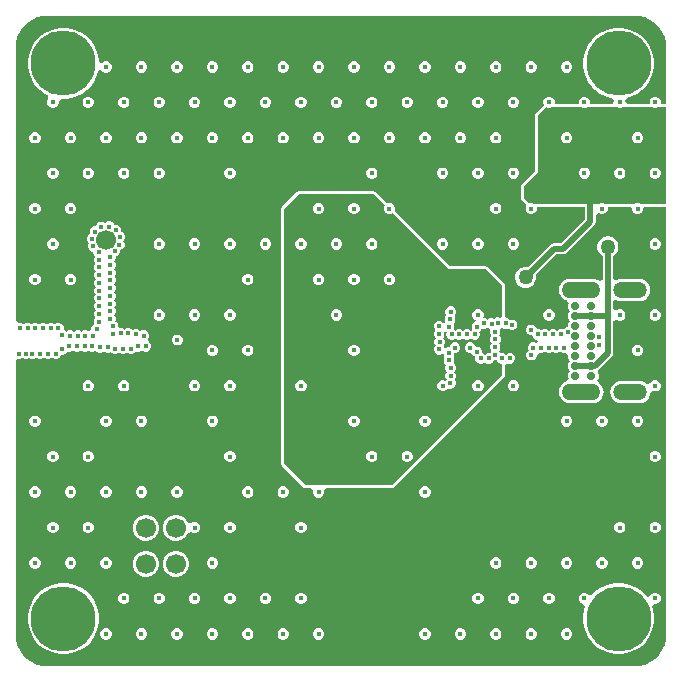
<source format=gbr>
G04*
G04 #@! TF.GenerationSoftware,Altium Limited,Altium Designer,24.9.1 (31)*
G04*
G04 Layer_Physical_Order=3*
G04 Layer_Color=16440176*
%FSLAX25Y25*%
%MOIN*%
G70*
G04*
G04 #@! TF.SameCoordinates,AE1E5416-9686-4E21-8CD7-455353439681*
G04*
G04*
G04 #@! TF.FilePolarity,Positive*
G04*
G01*
G75*
%ADD60C,0.01575*%
%ADD62C,0.01968*%
%ADD66C,0.06693*%
%ADD67C,0.21654*%
%ADD68O,0.12795X0.05315*%
%ADD69O,0.11221X0.05315*%
%ADD70C,0.02756*%
%ADD71C,0.01772*%
%ADD72C,0.05000*%
G36*
X206693Y216535D02*
X207662Y216535D01*
X209564Y216157D01*
X211355Y215415D01*
X212967Y214338D01*
X214338Y212967D01*
X215415Y211355D01*
X216157Y209564D01*
X216535Y207662D01*
X216535Y206693D01*
X216535Y206693D01*
X216535Y206693D01*
Y187240D01*
X214998D01*
X214878Y187420D01*
Y188170D01*
X214591Y188863D01*
X214060Y189394D01*
X213367Y189681D01*
X212617D01*
X211924Y189394D01*
X211393Y188863D01*
X211106Y188170D01*
Y187420D01*
X210986Y187240D01*
X203425D01*
X203078Y188195D01*
X203516Y189162D01*
X203663Y189286D01*
X205327Y189827D01*
X206986Y190672D01*
X208492Y191767D01*
X209808Y193083D01*
X210903Y194589D01*
X211748Y196247D01*
X212323Y198018D01*
X212614Y199857D01*
Y201718D01*
X212323Y203557D01*
X211748Y205327D01*
X210903Y206986D01*
X209808Y208492D01*
X208492Y209808D01*
X206986Y210903D01*
X205327Y211748D01*
X203557Y212323D01*
X201718Y212614D01*
X199857D01*
X198018Y212323D01*
X196247Y211748D01*
X194589Y210903D01*
X193083Y209808D01*
X191767Y208492D01*
X190672Y206986D01*
X189827Y205327D01*
X189252Y203557D01*
X188961Y201718D01*
Y199857D01*
X189252Y198018D01*
X189827Y196247D01*
X190672Y194589D01*
X191767Y193083D01*
X193083Y191767D01*
X194589Y190672D01*
X196247Y189827D01*
X198018Y189252D01*
X198621Y189156D01*
X199276Y188198D01*
X199030Y187240D01*
X191376D01*
X191256Y187420D01*
Y188170D01*
X190969Y188863D01*
X190438Y189394D01*
X189745Y189681D01*
X188995D01*
X188302Y189394D01*
X187771Y188863D01*
X187484Y188170D01*
Y187420D01*
X187364Y187240D01*
X179565D01*
X179445Y187420D01*
Y188170D01*
X179158Y188863D01*
X178627Y189394D01*
X177934Y189681D01*
X177184D01*
X176491Y189394D01*
X175960Y188863D01*
X175673Y188170D01*
Y187420D01*
X175924Y186815D01*
X173295Y184186D01*
X173074Y183855D01*
X172996Y183465D01*
Y164989D01*
X168570Y160564D01*
X168349Y160233D01*
X168272Y159843D01*
X168272Y155905D01*
X168349Y155515D01*
X168570Y155184D01*
X170190Y153565D01*
X170055Y153430D01*
X169768Y152737D01*
Y151987D01*
X170055Y151294D01*
X170585Y150763D01*
X171278Y150476D01*
X172029D01*
X172722Y150763D01*
X173252Y151294D01*
X173539Y151987D01*
Y152737D01*
X173660Y152917D01*
X189532D01*
Y148780D01*
X181607Y140854D01*
X179316D01*
X178624Y140717D01*
X178039Y140325D01*
X170595Y132882D01*
X170213Y132984D01*
X169291D01*
X168401Y132746D01*
X167603Y132285D01*
X166951Y131633D01*
X166491Y130835D01*
X166252Y129945D01*
Y129024D01*
X166491Y128133D01*
X166951Y127335D01*
X167603Y126683D01*
X168401Y126223D01*
X169291Y125984D01*
X170213D01*
X171103Y126223D01*
X171901Y126683D01*
X172553Y127335D01*
X173014Y128133D01*
X173252Y129024D01*
Y129945D01*
X173150Y130327D01*
X180064Y137241D01*
X182355D01*
X183046Y137379D01*
X183632Y137771D01*
X192616Y146754D01*
X193007Y147340D01*
X193145Y148031D01*
Y150411D01*
X194145Y150826D01*
X194207Y150763D01*
X194900Y150476D01*
X195651D01*
X196344Y150763D01*
X196874Y151294D01*
X197161Y151987D01*
Y152737D01*
X197282Y152917D01*
X205080D01*
X205201Y152737D01*
Y151987D01*
X205488Y151294D01*
X206018Y150763D01*
X206711Y150476D01*
X207462D01*
X208155Y150763D01*
X208685Y151294D01*
X208972Y151987D01*
Y152737D01*
X209093Y152917D01*
X216535D01*
Y9843D01*
Y8873D01*
X216157Y6972D01*
X215415Y5180D01*
X214338Y3568D01*
X212967Y2197D01*
X211355Y1120D01*
X209564Y378D01*
X207662Y0D01*
X9843D01*
X8873Y-0D01*
X6972Y378D01*
X5180Y1120D01*
X3568Y2197D01*
X2197Y3568D01*
X1120Y5180D01*
X378Y6972D01*
X-0Y8873D01*
X0Y9843D01*
Y101849D01*
X544Y102213D01*
X1256D01*
X1912Y102485D01*
X2050Y102622D01*
X2187Y102485D01*
X2844Y102213D01*
X3556D01*
X4213Y102485D01*
X4309Y102581D01*
X4402Y102487D01*
X5059Y102215D01*
X5770D01*
X6427Y102487D01*
X6702Y102762D01*
X6977Y102487D01*
X7634Y102215D01*
X8345D01*
X9002Y102487D01*
X9277Y102762D01*
X9552Y102487D01*
X10209Y102215D01*
X10920D01*
X11577Y102487D01*
X11852Y102762D01*
X12127Y102487D01*
X12784Y102215D01*
X13495D01*
X14152Y102487D01*
X14654Y102990D01*
X14922Y103637D01*
X14933Y103632D01*
X15644D01*
X16301Y103904D01*
X16804Y104407D01*
X16972Y104811D01*
X17285Y104682D01*
X17996D01*
X18653Y104954D01*
X18927Y105229D01*
X19202Y104954D01*
X19859Y104682D01*
X20570D01*
X21227Y104954D01*
X21502Y105229D01*
X21777Y104954D01*
X22434Y104682D01*
X23145D01*
X23802Y104954D01*
X24077Y105229D01*
X24352Y104954D01*
X25009Y104682D01*
X25720D01*
X26377Y104954D01*
X26478Y105055D01*
X26906Y104628D01*
X27563Y104355D01*
X28274D01*
X28931Y104628D01*
X29189Y104885D01*
X29481Y104593D01*
X30138Y104321D01*
X30849D01*
X31506Y104593D01*
X31580Y104668D01*
X32028Y104219D01*
X32685Y103947D01*
X33396D01*
X34053Y104219D01*
X34328Y104494D01*
X34603Y104219D01*
X35260Y103947D01*
X35971D01*
X36628Y104219D01*
X36903Y104494D01*
X37178Y104219D01*
X37835Y103947D01*
X38546D01*
X39203Y104219D01*
X39706Y104722D01*
X39779Y104899D01*
X40303Y104682D01*
X41014D01*
X41671Y104954D01*
X41945Y105229D01*
X42220Y104954D01*
X42877Y104682D01*
X43588D01*
X44245Y104954D01*
X44748Y105456D01*
X45020Y106113D01*
Y106825D01*
X44748Y107482D01*
X44245Y107984D01*
X43939Y109054D01*
X44211Y109711D01*
Y110422D01*
X43939Y111079D01*
X43436Y111582D01*
X42779Y111854D01*
X42068D01*
X41411Y111582D01*
X41375Y111546D01*
X40899Y112023D01*
X40242Y112295D01*
X39531D01*
X38874Y112023D01*
X38754Y111903D01*
X38341Y112316D01*
X37684Y112588D01*
X36973D01*
X36316Y112316D01*
X36041Y112041D01*
X35766Y112316D01*
X35109Y112588D01*
X34966D01*
X34340Y112739D01*
X34042Y113512D01*
Y113521D01*
X33770Y114178D01*
X33267Y114681D01*
X32948Y114813D01*
X33114Y115212D01*
Y115923D01*
X32842Y116580D01*
X32567Y116855D01*
X32842Y117130D01*
X33114Y117787D01*
Y118498D01*
X32842Y119155D01*
X32567Y119430D01*
X32842Y119705D01*
X33114Y120362D01*
Y121073D01*
X32842Y121730D01*
X32567Y122005D01*
X32842Y122280D01*
X33114Y122936D01*
Y123647D01*
X32842Y124304D01*
X32567Y124579D01*
X32842Y124854D01*
X33114Y125511D01*
Y126222D01*
X32842Y126879D01*
X32567Y127154D01*
X32842Y127429D01*
X33114Y128086D01*
Y128797D01*
X32842Y129454D01*
X32567Y129729D01*
X32842Y130004D01*
X33114Y130661D01*
Y131372D01*
X32842Y132029D01*
X32567Y132304D01*
X32842Y132579D01*
X33114Y133236D01*
Y133947D01*
X32842Y134604D01*
X32567Y134879D01*
X32842Y135153D01*
X33114Y135810D01*
Y136446D01*
X33217D01*
X33873Y136718D01*
X34376Y137221D01*
X34648Y137878D01*
Y138554D01*
X34695D01*
X35352Y138826D01*
X35855Y139329D01*
X36127Y139986D01*
Y140697D01*
X35855Y141354D01*
X35650Y141558D01*
X35992Y141900D01*
X36265Y142557D01*
Y143268D01*
X35992Y143925D01*
X35489Y144428D01*
X34941Y144655D01*
X35002Y144801D01*
Y145512D01*
X34729Y146169D01*
X34227Y146672D01*
X33570Y146944D01*
X32858D01*
X32707Y146881D01*
X32482Y147425D01*
X31979Y147927D01*
X31322Y148199D01*
X30611D01*
X29954Y147927D01*
X29579Y147553D01*
X29371Y147761D01*
X28714Y148033D01*
X28003D01*
X27346Y147761D01*
X26843Y147259D01*
X26571Y146602D01*
Y146530D01*
X25913D01*
X25256Y146258D01*
X24753Y145755D01*
X24481Y145098D01*
Y144387D01*
X24631Y144024D01*
X24277Y143877D01*
X23774Y143374D01*
X23502Y142717D01*
Y142006D01*
X23774Y141349D01*
X24245Y140878D01*
X24203Y140835D01*
X23931Y140178D01*
Y139467D01*
X24203Y138810D01*
X24706Y138307D01*
X25363Y138035D01*
X25637D01*
Y137538D01*
X25909Y136881D01*
X26327Y136463D01*
X26213Y136350D01*
X25941Y135693D01*
Y134982D01*
X26213Y134325D01*
X26489Y134050D01*
X26213Y133775D01*
X25941Y133118D01*
Y132407D01*
X26213Y131750D01*
X26489Y131475D01*
X26213Y131200D01*
X25941Y130543D01*
Y129832D01*
X26213Y129175D01*
X26489Y128900D01*
X26213Y128625D01*
X25941Y127968D01*
Y127257D01*
X26213Y126600D01*
X26489Y126326D01*
X26213Y126050D01*
X25941Y125394D01*
Y124682D01*
X26213Y124026D01*
X26489Y123751D01*
X26213Y123476D01*
X25941Y122819D01*
Y122108D01*
X26213Y121451D01*
X26489Y121176D01*
X26213Y120901D01*
X25941Y120244D01*
Y119533D01*
X26213Y118876D01*
X26489Y118601D01*
X26213Y118326D01*
X25941Y117669D01*
Y116958D01*
X26213Y116301D01*
X26489Y116026D01*
X26213Y115751D01*
X25941Y115094D01*
Y114383D01*
X26100Y114000D01*
X25765Y113861D01*
X25263Y113359D01*
X24991Y112702D01*
Y112024D01*
X24895Y111935D01*
X24119Y111481D01*
X24019Y111582D01*
X23362Y111854D01*
X22651D01*
X21994Y111582D01*
X21719Y111307D01*
X21444Y111582D01*
X20787Y111854D01*
X20076D01*
X19419Y111582D01*
X19144Y111307D01*
X18869Y111582D01*
X18212Y111854D01*
X17501D01*
X16844Y111582D01*
X16669Y111407D01*
X16301Y111775D01*
X15771Y111994D01*
X15840Y112162D01*
Y112873D01*
X15568Y113530D01*
X15065Y114033D01*
X14408Y114305D01*
X13697D01*
X13040Y114033D01*
X12773Y113766D01*
X12490Y114048D01*
X11834Y114321D01*
X11123D01*
X10466Y114048D01*
X10191Y113774D01*
X9916Y114048D01*
X9259Y114321D01*
X8548D01*
X7891Y114048D01*
X7616Y113774D01*
X7341Y114048D01*
X6684Y114321D01*
X5973D01*
X5316Y114048D01*
X5041Y113774D01*
X4766Y114048D01*
X4109Y114321D01*
X3398D01*
X2741Y114048D01*
X2466Y113774D01*
X2191Y114048D01*
X1534Y114321D01*
X823D01*
X0Y115062D01*
Y206693D01*
Y207662D01*
X378Y209564D01*
X1120Y211355D01*
X2197Y212967D01*
X3568Y214338D01*
X5180Y215415D01*
X6972Y216157D01*
X8873Y216535D01*
X9843Y216535D01*
X9843Y216535D01*
X206693Y216535D01*
D02*
G37*
G36*
X216535Y153937D02*
X208179D01*
X208155Y153961D01*
X207462Y154248D01*
X206711D01*
X206018Y153961D01*
X205995Y153937D01*
X196368D01*
X196344Y153961D01*
X195651Y154248D01*
X194900D01*
X194207Y153961D01*
X194184Y153937D01*
X172746D01*
X172722Y153961D01*
X172029Y154248D01*
X171278D01*
X171045Y154151D01*
X169291Y155905D01*
X169291Y159843D01*
X174016Y164567D01*
Y183465D01*
X176672Y186121D01*
X177184Y185909D01*
X177934D01*
X178627Y186196D01*
X178651Y186221D01*
X188278D01*
X188302Y186196D01*
X188995Y185909D01*
X189745D01*
X190438Y186196D01*
X190462Y186221D01*
X200089D01*
X200113Y186196D01*
X200806Y185909D01*
X201556D01*
X202249Y186196D01*
X202273Y186221D01*
X211900D01*
X211924Y186196D01*
X212617Y185909D01*
X213367D01*
X214060Y186196D01*
X214084Y186221D01*
X216535D01*
Y153937D01*
D02*
G37*
%LPC*%
G36*
X183840Y201492D02*
X183089D01*
X182396Y201205D01*
X181866Y200674D01*
X181579Y199981D01*
Y199231D01*
X181866Y198538D01*
X182396Y198008D01*
X183089Y197720D01*
X183840D01*
X184533Y198008D01*
X185063Y198538D01*
X185350Y199231D01*
Y199981D01*
X185063Y200674D01*
X184533Y201205D01*
X183840Y201492D01*
D02*
G37*
G36*
X172029D02*
X171278D01*
X170585Y201205D01*
X170055Y200674D01*
X169768Y199981D01*
Y199231D01*
X170055Y198538D01*
X170585Y198008D01*
X171278Y197720D01*
X172029D01*
X172722Y198008D01*
X173252Y198538D01*
X173539Y199231D01*
Y199981D01*
X173252Y200674D01*
X172722Y201205D01*
X172029Y201492D01*
D02*
G37*
G36*
X160218D02*
X159467D01*
X158774Y201205D01*
X158244Y200674D01*
X157957Y199981D01*
Y199231D01*
X158244Y198538D01*
X158774Y198008D01*
X159467Y197720D01*
X160218D01*
X160911Y198008D01*
X161441Y198538D01*
X161728Y199231D01*
Y199981D01*
X161441Y200674D01*
X160911Y201205D01*
X160218Y201492D01*
D02*
G37*
G36*
X148407D02*
X147656D01*
X146963Y201205D01*
X146433Y200674D01*
X146146Y199981D01*
Y199231D01*
X146433Y198538D01*
X146963Y198008D01*
X147656Y197720D01*
X148407D01*
X149100Y198008D01*
X149630Y198538D01*
X149917Y199231D01*
Y199981D01*
X149630Y200674D01*
X149100Y201205D01*
X148407Y201492D01*
D02*
G37*
G36*
X136595D02*
X135845D01*
X135152Y201205D01*
X134622Y200674D01*
X134335Y199981D01*
Y199231D01*
X134622Y198538D01*
X135152Y198008D01*
X135845Y197720D01*
X136595D01*
X137289Y198008D01*
X137819Y198538D01*
X138106Y199231D01*
Y199981D01*
X137819Y200674D01*
X137289Y201205D01*
X136595Y201492D01*
D02*
G37*
G36*
X124785D02*
X124034D01*
X123341Y201205D01*
X122811Y200674D01*
X122524Y199981D01*
Y199231D01*
X122811Y198538D01*
X123341Y198008D01*
X124034Y197720D01*
X124785D01*
X125478Y198008D01*
X126008Y198538D01*
X126295Y199231D01*
Y199981D01*
X126008Y200674D01*
X125478Y201205D01*
X124785Y201492D01*
D02*
G37*
G36*
X112973D02*
X112223D01*
X111530Y201205D01*
X111000Y200674D01*
X110713Y199981D01*
Y199231D01*
X111000Y198538D01*
X111530Y198008D01*
X112223Y197720D01*
X112973D01*
X113667Y198008D01*
X114197Y198538D01*
X114484Y199231D01*
Y199981D01*
X114197Y200674D01*
X113667Y201205D01*
X112973Y201492D01*
D02*
G37*
G36*
X101163D02*
X100412D01*
X99719Y201205D01*
X99189Y200674D01*
X98901Y199981D01*
Y199231D01*
X99189Y198538D01*
X99719Y198008D01*
X100412Y197720D01*
X101163D01*
X101856Y198008D01*
X102386Y198538D01*
X102673Y199231D01*
Y199981D01*
X102386Y200674D01*
X101856Y201205D01*
X101163Y201492D01*
D02*
G37*
G36*
X89351D02*
X88601D01*
X87908Y201205D01*
X87378Y200674D01*
X87090Y199981D01*
Y199231D01*
X87378Y198538D01*
X87908Y198008D01*
X88601Y197720D01*
X89351D01*
X90045Y198008D01*
X90575Y198538D01*
X90862Y199231D01*
Y199981D01*
X90575Y200674D01*
X90045Y201205D01*
X89351Y201492D01*
D02*
G37*
G36*
X77540D02*
X76790D01*
X76097Y201205D01*
X75567Y200674D01*
X75279Y199981D01*
Y199231D01*
X75567Y198538D01*
X76097Y198008D01*
X76790Y197720D01*
X77540D01*
X78233Y198008D01*
X78764Y198538D01*
X79051Y199231D01*
Y199981D01*
X78764Y200674D01*
X78233Y201205D01*
X77540Y201492D01*
D02*
G37*
G36*
X65729D02*
X64979D01*
X64286Y201205D01*
X63756Y200674D01*
X63468Y199981D01*
Y199231D01*
X63756Y198538D01*
X64286Y198008D01*
X64979Y197720D01*
X65729D01*
X66422Y198008D01*
X66953Y198538D01*
X67240Y199231D01*
Y199981D01*
X66953Y200674D01*
X66422Y201205D01*
X65729Y201492D01*
D02*
G37*
G36*
X53918D02*
X53168D01*
X52475Y201205D01*
X51945Y200674D01*
X51657Y199981D01*
Y199231D01*
X51945Y198538D01*
X52475Y198008D01*
X53168Y197720D01*
X53918D01*
X54611Y198008D01*
X55142Y198538D01*
X55429Y199231D01*
Y199981D01*
X55142Y200674D01*
X54611Y201205D01*
X53918Y201492D01*
D02*
G37*
G36*
X42107D02*
X41357D01*
X40664Y201205D01*
X40134Y200674D01*
X39846Y199981D01*
Y199231D01*
X40134Y198538D01*
X40664Y198008D01*
X41357Y197720D01*
X42107D01*
X42801Y198008D01*
X43331Y198538D01*
X43618Y199231D01*
Y199981D01*
X43331Y200674D01*
X42801Y201205D01*
X42107Y201492D01*
D02*
G37*
G36*
X16679Y212614D02*
X14817D01*
X12979Y212323D01*
X11208Y211748D01*
X9550Y210903D01*
X8043Y209808D01*
X6727Y208492D01*
X5633Y206986D01*
X4788Y205327D01*
X4213Y203557D01*
X3921Y201718D01*
Y199857D01*
X4213Y198018D01*
X4788Y196247D01*
X5633Y194589D01*
X6727Y193083D01*
X8043Y191767D01*
X9550Y190672D01*
X10562Y190156D01*
X10704Y188962D01*
X10606Y188863D01*
X10319Y188170D01*
Y187420D01*
X10606Y186727D01*
X11136Y186196D01*
X11830Y185909D01*
X12580D01*
X13273Y186196D01*
X13803Y186727D01*
X14090Y187420D01*
Y188063D01*
X14162Y188248D01*
X14817Y188961D01*
X16679D01*
X18518Y189252D01*
X20288Y189827D01*
X21947Y190672D01*
X23453Y191767D01*
X24769Y193083D01*
X25863Y194589D01*
X26708Y196247D01*
X27284Y198018D01*
X27331Y198318D01*
X28068Y198482D01*
X28371Y198490D01*
X28853Y198008D01*
X29546Y197720D01*
X30296D01*
X30989Y198008D01*
X31520Y198538D01*
X31807Y199231D01*
Y199981D01*
X31520Y200674D01*
X30989Y201205D01*
X30296Y201492D01*
X29546D01*
X28853Y201205D01*
X28575Y200927D01*
X27575Y201284D01*
Y201718D01*
X27284Y203557D01*
X26708Y205327D01*
X25863Y206986D01*
X24769Y208492D01*
X23453Y209808D01*
X21947Y210903D01*
X20288Y211748D01*
X18518Y212323D01*
X16679Y212614D01*
D02*
G37*
G36*
X166123Y189681D02*
X165373D01*
X164680Y189394D01*
X164149Y188863D01*
X163862Y188170D01*
Y187420D01*
X164149Y186727D01*
X164680Y186196D01*
X165373Y185909D01*
X166123D01*
X166816Y186196D01*
X167347Y186727D01*
X167634Y187420D01*
Y188170D01*
X167347Y188863D01*
X166816Y189394D01*
X166123Y189681D01*
D02*
G37*
G36*
X154312D02*
X153562D01*
X152869Y189394D01*
X152338Y188863D01*
X152051Y188170D01*
Y187420D01*
X152338Y186727D01*
X152869Y186196D01*
X153562Y185909D01*
X154312D01*
X155005Y186196D01*
X155536Y186727D01*
X155823Y187420D01*
Y188170D01*
X155536Y188863D01*
X155005Y189394D01*
X154312Y189681D01*
D02*
G37*
G36*
X142501D02*
X141751D01*
X141058Y189394D01*
X140527Y188863D01*
X140240Y188170D01*
Y187420D01*
X140527Y186727D01*
X141058Y186196D01*
X141751Y185909D01*
X142501D01*
X143194Y186196D01*
X143725Y186727D01*
X144012Y187420D01*
Y188170D01*
X143725Y188863D01*
X143194Y189394D01*
X142501Y189681D01*
D02*
G37*
G36*
X130690D02*
X129940D01*
X129247Y189394D01*
X128716Y188863D01*
X128429Y188170D01*
Y187420D01*
X128716Y186727D01*
X129247Y186196D01*
X129940Y185909D01*
X130690D01*
X131383Y186196D01*
X131914Y186727D01*
X132201Y187420D01*
Y188170D01*
X131914Y188863D01*
X131383Y189394D01*
X130690Y189681D01*
D02*
G37*
G36*
X118879D02*
X118129D01*
X117436Y189394D01*
X116905Y188863D01*
X116618Y188170D01*
Y187420D01*
X116905Y186727D01*
X117436Y186196D01*
X118129Y185909D01*
X118879D01*
X119572Y186196D01*
X120103Y186727D01*
X120390Y187420D01*
Y188170D01*
X120103Y188863D01*
X119572Y189394D01*
X118879Y189681D01*
D02*
G37*
G36*
X107068D02*
X106318D01*
X105625Y189394D01*
X105094Y188863D01*
X104807Y188170D01*
Y187420D01*
X105094Y186727D01*
X105625Y186196D01*
X106318Y185909D01*
X107068D01*
X107761Y186196D01*
X108292Y186727D01*
X108579Y187420D01*
Y188170D01*
X108292Y188863D01*
X107761Y189394D01*
X107068Y189681D01*
D02*
G37*
G36*
X95257D02*
X94507D01*
X93814Y189394D01*
X93283Y188863D01*
X92996Y188170D01*
Y187420D01*
X93283Y186727D01*
X93814Y186196D01*
X94507Y185909D01*
X95257D01*
X95950Y186196D01*
X96481Y186727D01*
X96768Y187420D01*
Y188170D01*
X96481Y188863D01*
X95950Y189394D01*
X95257Y189681D01*
D02*
G37*
G36*
X83446D02*
X82696D01*
X82003Y189394D01*
X81472Y188863D01*
X81185Y188170D01*
Y187420D01*
X81472Y186727D01*
X82003Y186196D01*
X82696Y185909D01*
X83446D01*
X84139Y186196D01*
X84670Y186727D01*
X84957Y187420D01*
Y188170D01*
X84670Y188863D01*
X84139Y189394D01*
X83446Y189681D01*
D02*
G37*
G36*
X71635D02*
X70885D01*
X70192Y189394D01*
X69661Y188863D01*
X69374Y188170D01*
Y187420D01*
X69661Y186727D01*
X70192Y186196D01*
X70885Y185909D01*
X71635D01*
X72328Y186196D01*
X72859Y186727D01*
X73146Y187420D01*
Y188170D01*
X72859Y188863D01*
X72328Y189394D01*
X71635Y189681D01*
D02*
G37*
G36*
X59824D02*
X59074D01*
X58381Y189394D01*
X57850Y188863D01*
X57563Y188170D01*
Y187420D01*
X57850Y186727D01*
X58381Y186196D01*
X59074Y185909D01*
X59824D01*
X60517Y186196D01*
X61048Y186727D01*
X61335Y187420D01*
Y188170D01*
X61048Y188863D01*
X60517Y189394D01*
X59824Y189681D01*
D02*
G37*
G36*
X48013D02*
X47263D01*
X46569Y189394D01*
X46039Y188863D01*
X45752Y188170D01*
Y187420D01*
X46039Y186727D01*
X46569Y186196D01*
X47263Y185909D01*
X48013D01*
X48706Y186196D01*
X49237Y186727D01*
X49524Y187420D01*
Y188170D01*
X49237Y188863D01*
X48706Y189394D01*
X48013Y189681D01*
D02*
G37*
G36*
X36202D02*
X35452D01*
X34758Y189394D01*
X34228Y188863D01*
X33941Y188170D01*
Y187420D01*
X34228Y186727D01*
X34758Y186196D01*
X35452Y185909D01*
X36202D01*
X36895Y186196D01*
X37426Y186727D01*
X37712Y187420D01*
Y188170D01*
X37426Y188863D01*
X36895Y189394D01*
X36202Y189681D01*
D02*
G37*
G36*
X24391D02*
X23641D01*
X22948Y189394D01*
X22417Y188863D01*
X22130Y188170D01*
Y187420D01*
X22417Y186727D01*
X22948Y186196D01*
X23641Y185909D01*
X24391D01*
X25084Y186196D01*
X25614Y186727D01*
X25901Y187420D01*
Y188170D01*
X25614Y188863D01*
X25084Y189394D01*
X24391Y189681D01*
D02*
G37*
G36*
X160218Y177870D02*
X159467D01*
X158774Y177583D01*
X158244Y177052D01*
X157957Y176359D01*
Y175609D01*
X158244Y174916D01*
X158774Y174385D01*
X159467Y174098D01*
X160218D01*
X160911Y174385D01*
X161441Y174916D01*
X161728Y175609D01*
Y176359D01*
X161441Y177052D01*
X160911Y177583D01*
X160218Y177870D01*
D02*
G37*
G36*
X148407D02*
X147656D01*
X146963Y177583D01*
X146433Y177052D01*
X146146Y176359D01*
Y175609D01*
X146433Y174916D01*
X146963Y174385D01*
X147656Y174098D01*
X148407D01*
X149100Y174385D01*
X149630Y174916D01*
X149917Y175609D01*
Y176359D01*
X149630Y177052D01*
X149100Y177583D01*
X148407Y177870D01*
D02*
G37*
G36*
X136595D02*
X135845D01*
X135152Y177583D01*
X134622Y177052D01*
X134335Y176359D01*
Y175609D01*
X134622Y174916D01*
X135152Y174385D01*
X135845Y174098D01*
X136595D01*
X137289Y174385D01*
X137819Y174916D01*
X138106Y175609D01*
Y176359D01*
X137819Y177052D01*
X137289Y177583D01*
X136595Y177870D01*
D02*
G37*
G36*
X124785D02*
X124034D01*
X123341Y177583D01*
X122811Y177052D01*
X122524Y176359D01*
Y175609D01*
X122811Y174916D01*
X123341Y174385D01*
X124034Y174098D01*
X124785D01*
X125478Y174385D01*
X126008Y174916D01*
X126295Y175609D01*
Y176359D01*
X126008Y177052D01*
X125478Y177583D01*
X124785Y177870D01*
D02*
G37*
G36*
X112973D02*
X112223D01*
X111530Y177583D01*
X111000Y177052D01*
X110713Y176359D01*
Y175609D01*
X111000Y174916D01*
X111530Y174385D01*
X112223Y174098D01*
X112973D01*
X113667Y174385D01*
X114197Y174916D01*
X114484Y175609D01*
Y176359D01*
X114197Y177052D01*
X113667Y177583D01*
X112973Y177870D01*
D02*
G37*
G36*
X101163D02*
X100412D01*
X99719Y177583D01*
X99189Y177052D01*
X98901Y176359D01*
Y175609D01*
X99189Y174916D01*
X99719Y174385D01*
X100412Y174098D01*
X101163D01*
X101856Y174385D01*
X102386Y174916D01*
X102673Y175609D01*
Y176359D01*
X102386Y177052D01*
X101856Y177583D01*
X101163Y177870D01*
D02*
G37*
G36*
X89351D02*
X88601D01*
X87908Y177583D01*
X87378Y177052D01*
X87090Y176359D01*
Y175609D01*
X87378Y174916D01*
X87908Y174385D01*
X88601Y174098D01*
X89351D01*
X90045Y174385D01*
X90575Y174916D01*
X90862Y175609D01*
Y176359D01*
X90575Y177052D01*
X90045Y177583D01*
X89351Y177870D01*
D02*
G37*
G36*
X77540D02*
X76790D01*
X76097Y177583D01*
X75567Y177052D01*
X75279Y176359D01*
Y175609D01*
X75567Y174916D01*
X76097Y174385D01*
X76790Y174098D01*
X77540D01*
X78233Y174385D01*
X78764Y174916D01*
X79051Y175609D01*
Y176359D01*
X78764Y177052D01*
X78233Y177583D01*
X77540Y177870D01*
D02*
G37*
G36*
X65729D02*
X64979D01*
X64286Y177583D01*
X63756Y177052D01*
X63468Y176359D01*
Y175609D01*
X63756Y174916D01*
X64286Y174385D01*
X64979Y174098D01*
X65729D01*
X66422Y174385D01*
X66953Y174916D01*
X67240Y175609D01*
Y176359D01*
X66953Y177052D01*
X66422Y177583D01*
X65729Y177870D01*
D02*
G37*
G36*
X53918D02*
X53168D01*
X52475Y177583D01*
X51945Y177052D01*
X51657Y176359D01*
Y175609D01*
X51945Y174916D01*
X52475Y174385D01*
X53168Y174098D01*
X53918D01*
X54611Y174385D01*
X55142Y174916D01*
X55429Y175609D01*
Y176359D01*
X55142Y177052D01*
X54611Y177583D01*
X53918Y177870D01*
D02*
G37*
G36*
X42107D02*
X41357D01*
X40664Y177583D01*
X40134Y177052D01*
X39846Y176359D01*
Y175609D01*
X40134Y174916D01*
X40664Y174385D01*
X41357Y174098D01*
X42107D01*
X42801Y174385D01*
X43331Y174916D01*
X43618Y175609D01*
Y176359D01*
X43331Y177052D01*
X42801Y177583D01*
X42107Y177870D01*
D02*
G37*
G36*
X30296D02*
X29546D01*
X28853Y177583D01*
X28322Y177052D01*
X28035Y176359D01*
Y175609D01*
X28322Y174916D01*
X28853Y174385D01*
X29546Y174098D01*
X30296D01*
X30989Y174385D01*
X31520Y174916D01*
X31807Y175609D01*
Y176359D01*
X31520Y177052D01*
X30989Y177583D01*
X30296Y177870D01*
D02*
G37*
G36*
X18485D02*
X17735D01*
X17042Y177583D01*
X16511Y177052D01*
X16224Y176359D01*
Y175609D01*
X16511Y174916D01*
X17042Y174385D01*
X17735Y174098D01*
X18485D01*
X19178Y174385D01*
X19709Y174916D01*
X19996Y175609D01*
Y176359D01*
X19709Y177052D01*
X19178Y177583D01*
X18485Y177870D01*
D02*
G37*
G36*
X6674D02*
X5924D01*
X5231Y177583D01*
X4701Y177052D01*
X4413Y176359D01*
Y175609D01*
X4701Y174916D01*
X5231Y174385D01*
X5924Y174098D01*
X6674D01*
X7367Y174385D01*
X7898Y174916D01*
X8185Y175609D01*
Y176359D01*
X7898Y177052D01*
X7367Y177583D01*
X6674Y177870D01*
D02*
G37*
G36*
X166123Y166059D02*
X165373D01*
X164680Y165772D01*
X164149Y165241D01*
X163862Y164548D01*
Y163798D01*
X164149Y163105D01*
X164680Y162574D01*
X165373Y162287D01*
X166123D01*
X166816Y162574D01*
X167347Y163105D01*
X167634Y163798D01*
Y164548D01*
X167347Y165241D01*
X166816Y165772D01*
X166123Y166059D01*
D02*
G37*
G36*
X154312D02*
X153562D01*
X152869Y165772D01*
X152338Y165241D01*
X152051Y164548D01*
Y163798D01*
X152338Y163105D01*
X152869Y162574D01*
X153562Y162287D01*
X154312D01*
X155005Y162574D01*
X155536Y163105D01*
X155823Y163798D01*
Y164548D01*
X155536Y165241D01*
X155005Y165772D01*
X154312Y166059D01*
D02*
G37*
G36*
X142501D02*
X141751D01*
X141058Y165772D01*
X140527Y165241D01*
X140240Y164548D01*
Y163798D01*
X140527Y163105D01*
X141058Y162574D01*
X141751Y162287D01*
X142501D01*
X143194Y162574D01*
X143725Y163105D01*
X144012Y163798D01*
Y164548D01*
X143725Y165241D01*
X143194Y165772D01*
X142501Y166059D01*
D02*
G37*
G36*
X118879D02*
X118129D01*
X117436Y165772D01*
X116905Y165241D01*
X116618Y164548D01*
Y163798D01*
X116905Y163105D01*
X117436Y162574D01*
X118129Y162287D01*
X118879D01*
X119572Y162574D01*
X120103Y163105D01*
X120390Y163798D01*
Y164548D01*
X120103Y165241D01*
X119572Y165772D01*
X118879Y166059D01*
D02*
G37*
G36*
X71635D02*
X70885D01*
X70192Y165772D01*
X69661Y165241D01*
X69374Y164548D01*
Y163798D01*
X69661Y163105D01*
X70192Y162574D01*
X70885Y162287D01*
X71635D01*
X72328Y162574D01*
X72859Y163105D01*
X73146Y163798D01*
Y164548D01*
X72859Y165241D01*
X72328Y165772D01*
X71635Y166059D01*
D02*
G37*
G36*
X48013D02*
X47263D01*
X46569Y165772D01*
X46039Y165241D01*
X45752Y164548D01*
Y163798D01*
X46039Y163105D01*
X46569Y162574D01*
X47263Y162287D01*
X48013D01*
X48706Y162574D01*
X49237Y163105D01*
X49524Y163798D01*
Y164548D01*
X49237Y165241D01*
X48706Y165772D01*
X48013Y166059D01*
D02*
G37*
G36*
X36202D02*
X35452D01*
X34758Y165772D01*
X34228Y165241D01*
X33941Y164548D01*
Y163798D01*
X34228Y163105D01*
X34758Y162574D01*
X35452Y162287D01*
X36202D01*
X36895Y162574D01*
X37426Y163105D01*
X37712Y163798D01*
Y164548D01*
X37426Y165241D01*
X36895Y165772D01*
X36202Y166059D01*
D02*
G37*
G36*
X24391D02*
X23641D01*
X22948Y165772D01*
X22417Y165241D01*
X22130Y164548D01*
Y163798D01*
X22417Y163105D01*
X22948Y162574D01*
X23641Y162287D01*
X24391D01*
X25084Y162574D01*
X25614Y163105D01*
X25901Y163798D01*
Y164548D01*
X25614Y165241D01*
X25084Y165772D01*
X24391Y166059D01*
D02*
G37*
G36*
X12580D02*
X11830D01*
X11136Y165772D01*
X10606Y165241D01*
X10319Y164548D01*
Y163798D01*
X10606Y163105D01*
X11136Y162574D01*
X11830Y162287D01*
X12580D01*
X13273Y162574D01*
X13803Y163105D01*
X14090Y163798D01*
Y164548D01*
X13803Y165241D01*
X13273Y165772D01*
X12580Y166059D01*
D02*
G37*
G36*
X160218Y154248D02*
X159467D01*
X158774Y153961D01*
X158244Y153430D01*
X157957Y152737D01*
Y151987D01*
X158244Y151294D01*
X158774Y150763D01*
X159467Y150476D01*
X160218D01*
X160911Y150763D01*
X161441Y151294D01*
X161728Y151987D01*
Y152737D01*
X161441Y153430D01*
X160911Y153961D01*
X160218Y154248D01*
D02*
G37*
G36*
X18485D02*
X17735D01*
X17042Y153961D01*
X16511Y153430D01*
X16224Y152737D01*
Y151987D01*
X16511Y151294D01*
X17042Y150763D01*
X17735Y150476D01*
X18485D01*
X19178Y150763D01*
X19709Y151294D01*
X19996Y151987D01*
Y152737D01*
X19709Y153430D01*
X19178Y153961D01*
X18485Y154248D01*
D02*
G37*
G36*
X6674D02*
X5924D01*
X5231Y153961D01*
X4701Y153430D01*
X4413Y152737D01*
Y151987D01*
X4701Y151294D01*
X5231Y150763D01*
X5924Y150476D01*
X6674D01*
X7367Y150763D01*
X7898Y151294D01*
X8185Y151987D01*
Y152737D01*
X7898Y153430D01*
X7367Y153961D01*
X6674Y154248D01*
D02*
G37*
G36*
X213367Y142437D02*
X212617D01*
X211924Y142150D01*
X211393Y141619D01*
X211106Y140926D01*
Y140176D01*
X211393Y139483D01*
X211924Y138952D01*
X212617Y138665D01*
X213367D01*
X214060Y138952D01*
X214591Y139483D01*
X214878Y140176D01*
Y140926D01*
X214591Y141619D01*
X214060Y142150D01*
X213367Y142437D01*
D02*
G37*
G36*
X166123D02*
X165373D01*
X164680Y142150D01*
X164149Y141619D01*
X163862Y140926D01*
Y140176D01*
X164149Y139483D01*
X164680Y138952D01*
X165373Y138665D01*
X166123D01*
X166816Y138952D01*
X167347Y139483D01*
X167634Y140176D01*
Y140926D01*
X167347Y141619D01*
X166816Y142150D01*
X166123Y142437D01*
D02*
G37*
G36*
X154312D02*
X153562D01*
X152869Y142150D01*
X152338Y141619D01*
X152051Y140926D01*
Y140176D01*
X152338Y139483D01*
X152869Y138952D01*
X153562Y138665D01*
X154312D01*
X155005Y138952D01*
X155536Y139483D01*
X155823Y140176D01*
Y140926D01*
X155536Y141619D01*
X155005Y142150D01*
X154312Y142437D01*
D02*
G37*
G36*
X142501D02*
X141751D01*
X141058Y142150D01*
X140527Y141619D01*
X140240Y140926D01*
Y140176D01*
X140527Y139483D01*
X141058Y138952D01*
X141751Y138665D01*
X142501D01*
X143194Y138952D01*
X143725Y139483D01*
X144012Y140176D01*
Y140926D01*
X143725Y141619D01*
X143194Y142150D01*
X142501Y142437D01*
D02*
G37*
G36*
X83446D02*
X82696D01*
X82003Y142150D01*
X81472Y141619D01*
X81185Y140926D01*
Y140176D01*
X81472Y139483D01*
X82003Y138952D01*
X82696Y138665D01*
X83446D01*
X84139Y138952D01*
X84670Y139483D01*
X84957Y140176D01*
Y140926D01*
X84670Y141619D01*
X84139Y142150D01*
X83446Y142437D01*
D02*
G37*
G36*
X71635D02*
X70885D01*
X70192Y142150D01*
X69661Y141619D01*
X69374Y140926D01*
Y140176D01*
X69661Y139483D01*
X70192Y138952D01*
X70885Y138665D01*
X71635D01*
X72328Y138952D01*
X72859Y139483D01*
X73146Y140176D01*
Y140926D01*
X72859Y141619D01*
X72328Y142150D01*
X71635Y142437D01*
D02*
G37*
G36*
X59824D02*
X59074D01*
X58381Y142150D01*
X57850Y141619D01*
X57563Y140926D01*
Y140176D01*
X57850Y139483D01*
X58381Y138952D01*
X59074Y138665D01*
X59824D01*
X60517Y138952D01*
X61048Y139483D01*
X61335Y140176D01*
Y140926D01*
X61048Y141619D01*
X60517Y142150D01*
X59824Y142437D01*
D02*
G37*
G36*
X48013D02*
X47263D01*
X46569Y142150D01*
X46039Y141619D01*
X45752Y140926D01*
Y140176D01*
X46039Y139483D01*
X46569Y138952D01*
X47263Y138665D01*
X48013D01*
X48706Y138952D01*
X49237Y139483D01*
X49524Y140176D01*
Y140926D01*
X49237Y141619D01*
X48706Y142150D01*
X48013Y142437D01*
D02*
G37*
G36*
X12580D02*
X11830D01*
X11136Y142150D01*
X10606Y141619D01*
X10319Y140926D01*
Y140176D01*
X10606Y139483D01*
X11136Y138952D01*
X11830Y138665D01*
X12580D01*
X13273Y138952D01*
X13803Y139483D01*
X14090Y140176D01*
Y140926D01*
X13803Y141619D01*
X13273Y142150D01*
X12580Y142437D01*
D02*
G37*
G36*
X197705Y143205D02*
X196783D01*
X195893Y142966D01*
X195095Y142505D01*
X194443Y141854D01*
X193983Y141056D01*
X193744Y140165D01*
Y139244D01*
X193983Y138354D01*
X194443Y137556D01*
X195095Y136904D01*
X195438Y136706D01*
Y128545D01*
X195380Y128491D01*
X194438Y128112D01*
X193971Y128470D01*
X193081Y128839D01*
X192126Y128965D01*
X184646D01*
X183691Y128839D01*
X182801Y128470D01*
X182037Y127884D01*
X181451Y127120D01*
X181082Y126230D01*
X180957Y125276D01*
X181082Y124321D01*
X181451Y123431D01*
X182037Y122667D01*
X182801Y122081D01*
X183580Y121758D01*
X183697Y121697D01*
X184120Y120647D01*
X184039Y120453D01*
Y119507D01*
X184401Y118633D01*
X184728Y118307D01*
X184401Y117981D01*
X184039Y117107D01*
Y116161D01*
X184401Y115287D01*
X184728Y114961D01*
X184401Y114634D01*
X184039Y113760D01*
Y112954D01*
X183655D01*
X182999Y112682D01*
X182496Y112179D01*
X182439Y112042D01*
X181884Y112272D01*
X181173D01*
X180516Y112000D01*
X180244Y111729D01*
X179966Y112007D01*
X179309Y112280D01*
X178598D01*
X177941Y112007D01*
X177666Y111733D01*
X177391Y112007D01*
X176734Y112280D01*
X176023D01*
X175366Y112007D01*
X175091Y111733D01*
X174816Y112007D01*
X174159Y112280D01*
X173474D01*
Y112313D01*
X173202Y112970D01*
X172699Y113473D01*
X172042Y113745D01*
X171331D01*
X170674Y113473D01*
X170171Y112970D01*
X169899Y112313D01*
Y111602D01*
X170171Y110945D01*
X170674Y110442D01*
X171331Y110170D01*
X172016D01*
Y110137D01*
X172288Y109480D01*
X172791Y108977D01*
X173348Y108746D01*
X173448Y108705D01*
X173785Y107824D01*
X173336Y107559D01*
X172679Y107831D01*
X171968D01*
X171311Y107559D01*
X170808Y107056D01*
X170536Y106399D01*
Y105688D01*
X170777Y105106D01*
X170674Y105064D01*
X170171Y104561D01*
X169899Y103904D01*
Y103193D01*
X170171Y102536D01*
X170674Y102033D01*
X171331Y101761D01*
X172042D01*
X172699Y102033D01*
X173202Y102536D01*
X173474Y103193D01*
Y103633D01*
X174087Y104186D01*
X174383Y104322D01*
X174543Y104256D01*
X175254D01*
X175911Y104528D01*
X176186Y104803D01*
X176461Y104528D01*
X177118Y104256D01*
X177829D01*
X178486Y104528D01*
X178757Y104799D01*
X179036Y104521D01*
X179693Y104249D01*
X180404D01*
X181061Y104521D01*
X181336Y104796D01*
X181611Y104521D01*
X182267Y104249D01*
X182978D01*
X183216Y104347D01*
X183701Y103979D01*
X184039Y103618D01*
Y102775D01*
X184401Y101901D01*
X184728Y101575D01*
X184401Y101249D01*
X184039Y100375D01*
Y99429D01*
X184401Y98555D01*
X184728Y98228D01*
X184401Y97902D01*
X184039Y97028D01*
Y96082D01*
X184120Y95888D01*
X183697Y94839D01*
X183580Y94777D01*
X182801Y94455D01*
X182037Y93868D01*
X181451Y93104D01*
X181082Y92215D01*
X180957Y91260D01*
X181082Y90305D01*
X181451Y89415D01*
X182037Y88651D01*
X182801Y88065D01*
X183691Y87696D01*
X184646Y87571D01*
X192126D01*
X193081Y87696D01*
X193971Y88065D01*
X194735Y88651D01*
X195321Y89415D01*
X195689Y90305D01*
X195815Y91260D01*
X195689Y92215D01*
X195321Y93104D01*
X194735Y93868D01*
X194219Y94264D01*
X193748Y95208D01*
X194110Y96082D01*
Y97028D01*
X193938Y97443D01*
X193793Y97977D01*
X194268Y98775D01*
X198521Y103028D01*
X198913Y103614D01*
X199050Y104306D01*
Y114978D01*
X200050Y115393D01*
X200113Y115330D01*
X200806Y115043D01*
X201556D01*
X202249Y115330D01*
X202780Y115861D01*
X203067Y116554D01*
Y117304D01*
X202780Y117997D01*
X202249Y118528D01*
X201556Y118815D01*
X200806D01*
X200113Y118528D01*
X200050Y118465D01*
X199050Y118880D01*
Y121493D01*
X199592Y121856D01*
X200050Y122030D01*
X200817Y121712D01*
X201772Y121587D01*
X207677D01*
X208632Y121712D01*
X209522Y122081D01*
X210286Y122667D01*
X210872Y123431D01*
X211241Y124321D01*
X211366Y125276D01*
X211241Y126230D01*
X210872Y127120D01*
X210286Y127884D01*
X209522Y128470D01*
X208632Y128839D01*
X207677Y128965D01*
X201772D01*
X200817Y128839D01*
X200050Y128522D01*
X199592Y128695D01*
X199050Y129058D01*
Y136706D01*
X199393Y136904D01*
X200045Y137556D01*
X200506Y138354D01*
X200744Y139244D01*
Y140165D01*
X200506Y141056D01*
X200045Y141854D01*
X199393Y142505D01*
X198595Y142966D01*
X197705Y143205D01*
D02*
G37*
G36*
X77540Y130626D02*
X76790D01*
X76097Y130339D01*
X75567Y129808D01*
X75279Y129115D01*
Y128365D01*
X75567Y127672D01*
X76097Y127141D01*
X76790Y126854D01*
X77540D01*
X78233Y127141D01*
X78764Y127672D01*
X79051Y128365D01*
Y129115D01*
X78764Y129808D01*
X78233Y130339D01*
X77540Y130626D01*
D02*
G37*
G36*
X18485D02*
X17735D01*
X17042Y130339D01*
X16511Y129808D01*
X16224Y129115D01*
Y128365D01*
X16511Y127672D01*
X17042Y127141D01*
X17735Y126854D01*
X18485D01*
X19178Y127141D01*
X19709Y127672D01*
X19996Y128365D01*
Y129115D01*
X19709Y129808D01*
X19178Y130339D01*
X18485Y130626D01*
D02*
G37*
G36*
X6674D02*
X5924D01*
X5231Y130339D01*
X4701Y129808D01*
X4413Y129115D01*
Y128365D01*
X4701Y127672D01*
X5231Y127141D01*
X5924Y126854D01*
X6674D01*
X7367Y127141D01*
X7898Y127672D01*
X8185Y128365D01*
Y129115D01*
X7898Y129808D01*
X7367Y130339D01*
X6674Y130626D01*
D02*
G37*
G36*
X213367Y118815D02*
X212617D01*
X211924Y118528D01*
X211393Y117997D01*
X211106Y117304D01*
Y116554D01*
X211393Y115861D01*
X211924Y115330D01*
X212617Y115043D01*
X213367D01*
X214060Y115330D01*
X214591Y115861D01*
X214878Y116554D01*
Y117304D01*
X214591Y117997D01*
X214060Y118528D01*
X213367Y118815D01*
D02*
G37*
G36*
X177934D02*
X177184D01*
X176491Y118528D01*
X175960Y117997D01*
X175673Y117304D01*
Y116554D01*
X175960Y115861D01*
X176491Y115330D01*
X177184Y115043D01*
X177934D01*
X178627Y115330D01*
X179158Y115861D01*
X179445Y116554D01*
Y117304D01*
X179158Y117997D01*
X178627Y118528D01*
X177934Y118815D01*
D02*
G37*
G36*
X71635D02*
X70885D01*
X70192Y118528D01*
X69661Y117997D01*
X69374Y117304D01*
Y116554D01*
X69661Y115861D01*
X70192Y115330D01*
X70885Y115043D01*
X71635D01*
X72328Y115330D01*
X72859Y115861D01*
X73146Y116554D01*
Y117304D01*
X72859Y117997D01*
X72328Y118528D01*
X71635Y118815D01*
D02*
G37*
G36*
X59824D02*
X59074D01*
X58381Y118528D01*
X57850Y117997D01*
X57563Y117304D01*
Y116554D01*
X57850Y115861D01*
X58381Y115330D01*
X59074Y115043D01*
X59824D01*
X60517Y115330D01*
X61048Y115861D01*
X61335Y116554D01*
Y117304D01*
X61048Y117997D01*
X60517Y118528D01*
X59824Y118815D01*
D02*
G37*
G36*
X48013D02*
X47263D01*
X46569Y118528D01*
X46039Y117997D01*
X45752Y117304D01*
Y116554D01*
X46039Y115861D01*
X46569Y115330D01*
X47263Y115043D01*
X48013D01*
X48706Y115330D01*
X49237Y115861D01*
X49524Y116554D01*
Y117304D01*
X49237Y117997D01*
X48706Y118528D01*
X48013Y118815D01*
D02*
G37*
G36*
X119291Y158106D02*
X94095D01*
X93704Y158029D01*
X93374Y157808D01*
X88649Y153083D01*
X88428Y152752D01*
X88350Y152362D01*
Y70866D01*
Y67323D01*
X88428Y66933D01*
X88649Y66602D01*
X95736Y59515D01*
X96066Y59294D01*
X96457Y59217D01*
X98220D01*
X98901Y58249D01*
Y57499D01*
X99189Y56806D01*
X99719Y56275D01*
X100412Y55988D01*
X101163D01*
X101856Y56275D01*
X102386Y56806D01*
X102673Y57499D01*
Y58249D01*
X103355Y59217D01*
X125197D01*
X125587Y59294D01*
X125918Y59515D01*
X162532Y96129D01*
X162753Y96460D01*
X162831Y96850D01*
Y100225D01*
X162970Y100382D01*
X163654Y100792D01*
X163808Y100820D01*
X164137Y100684D01*
X164848D01*
X165505Y100956D01*
X166008Y101459D01*
X166280Y102116D01*
Y102827D01*
X166008Y103484D01*
X165505Y103987D01*
X164848Y104259D01*
X164137D01*
X163480Y103987D01*
X163183Y103690D01*
X162930Y103943D01*
X162274Y104215D01*
X161574D01*
X161540Y104249D01*
X161016Y105071D01*
X161128Y105183D01*
X161400Y105840D01*
Y106551D01*
X161128Y107208D01*
X160902Y107434D01*
X161224Y107756D01*
X161496Y108413D01*
Y109124D01*
X161224Y109781D01*
X160902Y110103D01*
X161128Y110329D01*
X161400Y110986D01*
Y111697D01*
X161215Y112143D01*
X162063Y112709D01*
X162088Y112685D01*
X162744Y112413D01*
X163455D01*
X163802Y112556D01*
X164264Y112094D01*
X164921Y111822D01*
X165632D01*
X166289Y112094D01*
X166791Y112597D01*
X167064Y113254D01*
Y113965D01*
X166791Y114622D01*
X166289Y115124D01*
X165632Y115397D01*
X164921D01*
X164575Y115253D01*
X164112Y115715D01*
X163455Y115987D01*
X162831Y116270D01*
Y126772D01*
X162753Y127162D01*
X162532Y127493D01*
X157020Y133004D01*
X156689Y133225D01*
X156299Y133303D01*
X144517D01*
X126267Y151553D01*
X126148Y151632D01*
X126295Y151987D01*
Y152737D01*
X126008Y153430D01*
X125478Y153961D01*
X124785Y154248D01*
X124034D01*
X123679Y154101D01*
X123600Y154220D01*
X120012Y157808D01*
X119682Y158029D01*
X119291Y158106D01*
D02*
G37*
G36*
X54030Y110365D02*
X53319D01*
X52662Y110093D01*
X52160Y109590D01*
X51887Y108933D01*
Y108222D01*
X52160Y107565D01*
X52662Y107063D01*
X53319Y106790D01*
X54030D01*
X54687Y107063D01*
X55190Y107565D01*
X55462Y108222D01*
Y108933D01*
X55190Y109590D01*
X54687Y110093D01*
X54030Y110365D01*
D02*
G37*
G36*
X207462Y107004D02*
X206711D01*
X206018Y106717D01*
X205488Y106186D01*
X205201Y105493D01*
Y104743D01*
X205488Y104050D01*
X206018Y103519D01*
X206711Y103232D01*
X207462D01*
X208155Y103519D01*
X208685Y104050D01*
X208972Y104743D01*
Y105493D01*
X208685Y106186D01*
X208155Y106717D01*
X207462Y107004D01*
D02*
G37*
G36*
X77540D02*
X76790D01*
X76097Y106717D01*
X75567Y106186D01*
X75279Y105493D01*
Y104743D01*
X75567Y104050D01*
X76097Y103519D01*
X76790Y103232D01*
X77540D01*
X78233Y103519D01*
X78764Y104050D01*
X79051Y104743D01*
Y105493D01*
X78764Y106186D01*
X78233Y106717D01*
X77540Y107004D01*
D02*
G37*
G36*
X65729D02*
X64979D01*
X64286Y106717D01*
X63756Y106186D01*
X63468Y105493D01*
Y104743D01*
X63756Y104050D01*
X64286Y103519D01*
X64979Y103232D01*
X65729D01*
X66422Y103519D01*
X66953Y104050D01*
X67240Y104743D01*
Y105493D01*
X66953Y106186D01*
X66422Y106717D01*
X65729Y107004D01*
D02*
G37*
G36*
X213367Y95193D02*
X212617D01*
X211924Y94906D01*
X211393Y94375D01*
X211311Y94175D01*
X210697Y93992D01*
X210182Y93948D01*
X209522Y94455D01*
X208632Y94823D01*
X207677Y94949D01*
X201772D01*
X200817Y94823D01*
X199927Y94455D01*
X199163Y93868D01*
X198577Y93104D01*
X198208Y92215D01*
X198083Y91260D01*
X198208Y90305D01*
X198577Y89415D01*
X199163Y88651D01*
X199927Y88065D01*
X200817Y87696D01*
X201772Y87571D01*
X207677D01*
X208632Y87696D01*
X209522Y88065D01*
X210286Y88651D01*
X210872Y89415D01*
X211241Y90305D01*
X211326Y90956D01*
X211383Y91028D01*
X212041Y91452D01*
X212338Y91536D01*
X212617Y91421D01*
X213367D01*
X214060Y91708D01*
X214591Y92239D01*
X214878Y92932D01*
Y93682D01*
X214591Y94375D01*
X214060Y94906D01*
X213367Y95193D01*
D02*
G37*
G36*
X166123D02*
X165373D01*
X164680Y94906D01*
X164149Y94375D01*
X163862Y93682D01*
Y92932D01*
X164149Y92239D01*
X164680Y91708D01*
X165373Y91421D01*
X166123D01*
X166816Y91708D01*
X167347Y92239D01*
X167634Y92932D01*
Y93682D01*
X167347Y94375D01*
X166816Y94906D01*
X166123Y95193D01*
D02*
G37*
G36*
X71635D02*
X70885D01*
X70192Y94906D01*
X69661Y94375D01*
X69374Y93682D01*
Y92932D01*
X69661Y92239D01*
X70192Y91708D01*
X70885Y91421D01*
X71635D01*
X72328Y91708D01*
X72859Y92239D01*
X73146Y92932D01*
Y93682D01*
X72859Y94375D01*
X72328Y94906D01*
X71635Y95193D01*
D02*
G37*
G36*
X59824D02*
X59074D01*
X58381Y94906D01*
X57850Y94375D01*
X57563Y93682D01*
Y92932D01*
X57850Y92239D01*
X58381Y91708D01*
X59074Y91421D01*
X59824D01*
X60517Y91708D01*
X61048Y92239D01*
X61335Y92932D01*
Y93682D01*
X61048Y94375D01*
X60517Y94906D01*
X59824Y95193D01*
D02*
G37*
G36*
X36202D02*
X35452D01*
X34758Y94906D01*
X34228Y94375D01*
X33941Y93682D01*
Y92932D01*
X34228Y92239D01*
X34758Y91708D01*
X35452Y91421D01*
X36202D01*
X36895Y91708D01*
X37426Y92239D01*
X37712Y92932D01*
Y93682D01*
X37426Y94375D01*
X36895Y94906D01*
X36202Y95193D01*
D02*
G37*
G36*
X24391D02*
X23641D01*
X22948Y94906D01*
X22417Y94375D01*
X22130Y93682D01*
Y92932D01*
X22417Y92239D01*
X22948Y91708D01*
X23641Y91421D01*
X24391D01*
X25084Y91708D01*
X25614Y92239D01*
X25901Y92932D01*
Y93682D01*
X25614Y94375D01*
X25084Y94906D01*
X24391Y95193D01*
D02*
G37*
G36*
X207462Y83382D02*
X206711D01*
X206018Y83095D01*
X205488Y82564D01*
X205201Y81871D01*
Y81121D01*
X205488Y80428D01*
X206018Y79897D01*
X206711Y79610D01*
X207462D01*
X208155Y79897D01*
X208685Y80428D01*
X208972Y81121D01*
Y81871D01*
X208685Y82564D01*
X208155Y83095D01*
X207462Y83382D01*
D02*
G37*
G36*
X195651D02*
X194900D01*
X194207Y83095D01*
X193677Y82564D01*
X193390Y81871D01*
Y81121D01*
X193677Y80428D01*
X194207Y79897D01*
X194900Y79610D01*
X195651D01*
X196344Y79897D01*
X196874Y80428D01*
X197161Y81121D01*
Y81871D01*
X196874Y82564D01*
X196344Y83095D01*
X195651Y83382D01*
D02*
G37*
G36*
X183840D02*
X183089D01*
X182396Y83095D01*
X181866Y82564D01*
X181579Y81871D01*
Y81121D01*
X181866Y80428D01*
X182396Y79897D01*
X183089Y79610D01*
X183840D01*
X184533Y79897D01*
X185063Y80428D01*
X185350Y81121D01*
Y81871D01*
X185063Y82564D01*
X184533Y83095D01*
X183840Y83382D01*
D02*
G37*
G36*
X65729D02*
X64979D01*
X64286Y83095D01*
X63756Y82564D01*
X63468Y81871D01*
Y81121D01*
X63756Y80428D01*
X64286Y79897D01*
X64979Y79610D01*
X65729D01*
X66422Y79897D01*
X66953Y80428D01*
X67240Y81121D01*
Y81871D01*
X66953Y82564D01*
X66422Y83095D01*
X65729Y83382D01*
D02*
G37*
G36*
X42107D02*
X41357D01*
X40664Y83095D01*
X40134Y82564D01*
X39846Y81871D01*
Y81121D01*
X40134Y80428D01*
X40664Y79897D01*
X41357Y79610D01*
X42107D01*
X42801Y79897D01*
X43331Y80428D01*
X43618Y81121D01*
Y81871D01*
X43331Y82564D01*
X42801Y83095D01*
X42107Y83382D01*
D02*
G37*
G36*
X30296D02*
X29546D01*
X28853Y83095D01*
X28322Y82564D01*
X28035Y81871D01*
Y81121D01*
X28322Y80428D01*
X28853Y79897D01*
X29546Y79610D01*
X30296D01*
X30989Y79897D01*
X31520Y80428D01*
X31807Y81121D01*
Y81871D01*
X31520Y82564D01*
X30989Y83095D01*
X30296Y83382D01*
D02*
G37*
G36*
X6674D02*
X5924D01*
X5231Y83095D01*
X4701Y82564D01*
X4413Y81871D01*
Y81121D01*
X4701Y80428D01*
X5231Y79897D01*
X5924Y79610D01*
X6674D01*
X7367Y79897D01*
X7898Y80428D01*
X8185Y81121D01*
Y81871D01*
X7898Y82564D01*
X7367Y83095D01*
X6674Y83382D01*
D02*
G37*
G36*
X213367Y71571D02*
X212617D01*
X211924Y71284D01*
X211393Y70753D01*
X211106Y70060D01*
Y69310D01*
X211393Y68617D01*
X211924Y68086D01*
X212617Y67799D01*
X213367D01*
X214060Y68086D01*
X214591Y68617D01*
X214878Y69310D01*
Y70060D01*
X214591Y70753D01*
X214060Y71284D01*
X213367Y71571D01*
D02*
G37*
G36*
X71635D02*
X70885D01*
X70192Y71284D01*
X69661Y70753D01*
X69374Y70060D01*
Y69310D01*
X69661Y68617D01*
X70192Y68086D01*
X70885Y67799D01*
X71635D01*
X72328Y68086D01*
X72859Y68617D01*
X73146Y69310D01*
Y70060D01*
X72859Y70753D01*
X72328Y71284D01*
X71635Y71571D01*
D02*
G37*
G36*
X24391D02*
X23641D01*
X22948Y71284D01*
X22417Y70753D01*
X22130Y70060D01*
Y69310D01*
X22417Y68617D01*
X22948Y68086D01*
X23641Y67799D01*
X24391D01*
X25084Y68086D01*
X25614Y68617D01*
X25901Y69310D01*
Y70060D01*
X25614Y70753D01*
X25084Y71284D01*
X24391Y71571D01*
D02*
G37*
G36*
X12580D02*
X11830D01*
X11136Y71284D01*
X10606Y70753D01*
X10319Y70060D01*
Y69310D01*
X10606Y68617D01*
X11136Y68086D01*
X11830Y67799D01*
X12580D01*
X13273Y68086D01*
X13803Y68617D01*
X14090Y69310D01*
Y70060D01*
X13803Y70753D01*
X13273Y71284D01*
X12580Y71571D01*
D02*
G37*
G36*
X136595Y59760D02*
X135845D01*
X135152Y59473D01*
X134622Y58942D01*
X134335Y58249D01*
Y57499D01*
X134622Y56806D01*
X135152Y56275D01*
X135845Y55988D01*
X136595D01*
X137289Y56275D01*
X137819Y56806D01*
X138106Y57499D01*
Y58249D01*
X137819Y58942D01*
X137289Y59473D01*
X136595Y59760D01*
D02*
G37*
G36*
X89351D02*
X88601D01*
X87908Y59473D01*
X87378Y58942D01*
X87090Y58249D01*
Y57499D01*
X87378Y56806D01*
X87908Y56275D01*
X88601Y55988D01*
X89351D01*
X90045Y56275D01*
X90575Y56806D01*
X90862Y57499D01*
Y58249D01*
X90575Y58942D01*
X90045Y59473D01*
X89351Y59760D01*
D02*
G37*
G36*
X77540D02*
X76790D01*
X76097Y59473D01*
X75567Y58942D01*
X75279Y58249D01*
Y57499D01*
X75567Y56806D01*
X76097Y56275D01*
X76790Y55988D01*
X77540D01*
X78233Y56275D01*
X78764Y56806D01*
X79051Y57499D01*
Y58249D01*
X78764Y58942D01*
X78233Y59473D01*
X77540Y59760D01*
D02*
G37*
G36*
X53918D02*
X53168D01*
X52475Y59473D01*
X51945Y58942D01*
X51657Y58249D01*
Y57499D01*
X51945Y56806D01*
X52475Y56275D01*
X53168Y55988D01*
X53918D01*
X54611Y56275D01*
X55142Y56806D01*
X55429Y57499D01*
Y58249D01*
X55142Y58942D01*
X54611Y59473D01*
X53918Y59760D01*
D02*
G37*
G36*
X42107D02*
X41357D01*
X40664Y59473D01*
X40134Y58942D01*
X39846Y58249D01*
Y57499D01*
X40134Y56806D01*
X40664Y56275D01*
X41357Y55988D01*
X42107D01*
X42801Y56275D01*
X43331Y56806D01*
X43618Y57499D01*
Y58249D01*
X43331Y58942D01*
X42801Y59473D01*
X42107Y59760D01*
D02*
G37*
G36*
X30296D02*
X29546D01*
X28853Y59473D01*
X28322Y58942D01*
X28035Y58249D01*
Y57499D01*
X28322Y56806D01*
X28853Y56275D01*
X29546Y55988D01*
X30296D01*
X30989Y56275D01*
X31520Y56806D01*
X31807Y57499D01*
Y58249D01*
X31520Y58942D01*
X30989Y59473D01*
X30296Y59760D01*
D02*
G37*
G36*
X18485D02*
X17735D01*
X17042Y59473D01*
X16511Y58942D01*
X16224Y58249D01*
Y57499D01*
X16511Y56806D01*
X17042Y56275D01*
X17735Y55988D01*
X18485D01*
X19178Y56275D01*
X19709Y56806D01*
X19996Y57499D01*
Y58249D01*
X19709Y58942D01*
X19178Y59473D01*
X18485Y59760D01*
D02*
G37*
G36*
X6674D02*
X5924D01*
X5231Y59473D01*
X4701Y58942D01*
X4413Y58249D01*
Y57499D01*
X4701Y56806D01*
X5231Y56275D01*
X5924Y55988D01*
X6674D01*
X7367Y56275D01*
X7898Y56806D01*
X8185Y57499D01*
Y58249D01*
X7898Y58942D01*
X7367Y59473D01*
X6674Y59760D01*
D02*
G37*
G36*
X213367Y47949D02*
X212617D01*
X211924Y47662D01*
X211393Y47131D01*
X211106Y46438D01*
Y45688D01*
X211393Y44995D01*
X211924Y44464D01*
X212617Y44177D01*
X213367D01*
X214060Y44464D01*
X214591Y44995D01*
X214878Y45688D01*
Y46438D01*
X214591Y47131D01*
X214060Y47662D01*
X213367Y47949D01*
D02*
G37*
G36*
X201556D02*
X200806D01*
X200113Y47662D01*
X199582Y47131D01*
X199295Y46438D01*
Y45688D01*
X199582Y44995D01*
X200113Y44464D01*
X200806Y44177D01*
X201556D01*
X202249Y44464D01*
X202780Y44995D01*
X203067Y45688D01*
Y46438D01*
X202780Y47131D01*
X202249Y47662D01*
X201556Y47949D01*
D02*
G37*
G36*
X95257D02*
X94507D01*
X93814Y47662D01*
X93283Y47131D01*
X92996Y46438D01*
Y45688D01*
X93283Y44995D01*
X93814Y44464D01*
X94507Y44177D01*
X95257D01*
X95950Y44464D01*
X96481Y44995D01*
X96768Y45688D01*
Y46438D01*
X96481Y47131D01*
X95950Y47662D01*
X95257Y47949D01*
D02*
G37*
G36*
X71635D02*
X70885D01*
X70192Y47662D01*
X69661Y47131D01*
X69374Y46438D01*
Y45688D01*
X69661Y44995D01*
X70192Y44464D01*
X70885Y44177D01*
X71635D01*
X72328Y44464D01*
X72859Y44995D01*
X73146Y45688D01*
Y46438D01*
X72859Y47131D01*
X72328Y47662D01*
X71635Y47949D01*
D02*
G37*
G36*
X53738Y50303D02*
X52593D01*
X51488Y50007D01*
X50497Y49435D01*
X49687Y48625D01*
X49115Y47634D01*
X48819Y46529D01*
Y45384D01*
X49115Y44279D01*
X49687Y43288D01*
X50497Y42479D01*
X51488Y41906D01*
X52593Y41610D01*
X53738D01*
X54843Y41906D01*
X55834Y42479D01*
X56643Y43288D01*
X57216Y44279D01*
X58317Y44527D01*
X58381Y44464D01*
X59074Y44177D01*
X59824D01*
X60517Y44464D01*
X61048Y44995D01*
X61335Y45688D01*
Y46438D01*
X61048Y47131D01*
X60517Y47662D01*
X59824Y47949D01*
X59074D01*
X58381Y47662D01*
X58272Y47554D01*
X57734Y47595D01*
X57124Y47793D01*
X56643Y48625D01*
X55834Y49435D01*
X54843Y50007D01*
X53738Y50303D01*
D02*
G37*
G36*
X24391Y47949D02*
X23641D01*
X22948Y47662D01*
X22417Y47131D01*
X22130Y46438D01*
Y45688D01*
X22417Y44995D01*
X22948Y44464D01*
X23641Y44177D01*
X24391D01*
X25084Y44464D01*
X25614Y44995D01*
X25901Y45688D01*
Y46438D01*
X25614Y47131D01*
X25084Y47662D01*
X24391Y47949D01*
D02*
G37*
G36*
X12580D02*
X11830D01*
X11136Y47662D01*
X10606Y47131D01*
X10319Y46438D01*
Y45688D01*
X10606Y44995D01*
X11136Y44464D01*
X11830Y44177D01*
X12580D01*
X13273Y44464D01*
X13803Y44995D01*
X14090Y45688D01*
Y46438D01*
X13803Y47131D01*
X13273Y47662D01*
X12580Y47949D01*
D02*
G37*
G36*
X43738Y50303D02*
X42593D01*
X41488Y50007D01*
X40497Y49435D01*
X39687Y48625D01*
X39115Y47634D01*
X38819Y46529D01*
Y45384D01*
X39115Y44279D01*
X39687Y43288D01*
X40497Y42479D01*
X41488Y41906D01*
X42593Y41610D01*
X43738D01*
X44843Y41906D01*
X45834Y42479D01*
X46643Y43288D01*
X47216Y44279D01*
X47512Y45384D01*
Y46529D01*
X47216Y47634D01*
X46643Y48625D01*
X45834Y49435D01*
X44843Y50007D01*
X43738Y50303D01*
D02*
G37*
G36*
X207462Y36138D02*
X206711D01*
X206018Y35851D01*
X205488Y35320D01*
X205201Y34627D01*
Y33877D01*
X205488Y33184D01*
X206018Y32653D01*
X206711Y32366D01*
X207462D01*
X208155Y32653D01*
X208685Y33184D01*
X208972Y33877D01*
Y34627D01*
X208685Y35320D01*
X208155Y35851D01*
X207462Y36138D01*
D02*
G37*
G36*
X195651D02*
X194900D01*
X194207Y35851D01*
X193677Y35320D01*
X193390Y34627D01*
Y33877D01*
X193677Y33184D01*
X194207Y32653D01*
X194900Y32366D01*
X195651D01*
X196344Y32653D01*
X196874Y33184D01*
X197161Y33877D01*
Y34627D01*
X196874Y35320D01*
X196344Y35851D01*
X195651Y36138D01*
D02*
G37*
G36*
X183840D02*
X183089D01*
X182396Y35851D01*
X181866Y35320D01*
X181579Y34627D01*
Y33877D01*
X181866Y33184D01*
X182396Y32653D01*
X183089Y32366D01*
X183840D01*
X184533Y32653D01*
X185063Y33184D01*
X185350Y33877D01*
Y34627D01*
X185063Y35320D01*
X184533Y35851D01*
X183840Y36138D01*
D02*
G37*
G36*
X172029D02*
X171278D01*
X170585Y35851D01*
X170055Y35320D01*
X169768Y34627D01*
Y33877D01*
X170055Y33184D01*
X170585Y32653D01*
X171278Y32366D01*
X172029D01*
X172722Y32653D01*
X173252Y33184D01*
X173539Y33877D01*
Y34627D01*
X173252Y35320D01*
X172722Y35851D01*
X172029Y36138D01*
D02*
G37*
G36*
X160218D02*
X159467D01*
X158774Y35851D01*
X158244Y35320D01*
X157957Y34627D01*
Y33877D01*
X158244Y33184D01*
X158774Y32653D01*
X159467Y32366D01*
X160218D01*
X160911Y32653D01*
X161441Y33184D01*
X161728Y33877D01*
Y34627D01*
X161441Y35320D01*
X160911Y35851D01*
X160218Y36138D01*
D02*
G37*
G36*
X65729D02*
X64979D01*
X64286Y35851D01*
X63756Y35320D01*
X63468Y34627D01*
Y33877D01*
X63756Y33184D01*
X64286Y32653D01*
X64979Y32366D01*
X65729D01*
X66422Y32653D01*
X66953Y33184D01*
X67240Y33877D01*
Y34627D01*
X66953Y35320D01*
X66422Y35851D01*
X65729Y36138D01*
D02*
G37*
G36*
X30296D02*
X29546D01*
X28853Y35851D01*
X28322Y35320D01*
X28035Y34627D01*
Y33877D01*
X28322Y33184D01*
X28853Y32653D01*
X29546Y32366D01*
X30296D01*
X30989Y32653D01*
X31520Y33184D01*
X31807Y33877D01*
Y34627D01*
X31520Y35320D01*
X30989Y35851D01*
X30296Y36138D01*
D02*
G37*
G36*
X18485D02*
X17735D01*
X17042Y35851D01*
X16511Y35320D01*
X16224Y34627D01*
Y33877D01*
X16511Y33184D01*
X17042Y32653D01*
X17735Y32366D01*
X18485D01*
X19178Y32653D01*
X19709Y33184D01*
X19996Y33877D01*
Y34627D01*
X19709Y35320D01*
X19178Y35851D01*
X18485Y36138D01*
D02*
G37*
G36*
X6674D02*
X5924D01*
X5231Y35851D01*
X4701Y35320D01*
X4413Y34627D01*
Y33877D01*
X4701Y33184D01*
X5231Y32653D01*
X5924Y32366D01*
X6674D01*
X7367Y32653D01*
X7898Y33184D01*
X8185Y33877D01*
Y34627D01*
X7898Y35320D01*
X7367Y35851D01*
X6674Y36138D01*
D02*
G37*
G36*
X53738Y38302D02*
X52593D01*
X51488Y38006D01*
X50497Y37434D01*
X49687Y36625D01*
X49115Y35633D01*
X48819Y34528D01*
Y33384D01*
X49115Y32278D01*
X49687Y31287D01*
X50497Y30478D01*
X51488Y29906D01*
X52593Y29609D01*
X53738D01*
X54843Y29906D01*
X55834Y30478D01*
X56643Y31287D01*
X57216Y32278D01*
X57512Y33384D01*
Y34528D01*
X57216Y35633D01*
X56643Y36625D01*
X55834Y37434D01*
X54843Y38006D01*
X53738Y38302D01*
D02*
G37*
G36*
X43738D02*
X42593D01*
X41488Y38006D01*
X40497Y37434D01*
X39687Y36625D01*
X39115Y35633D01*
X38819Y34528D01*
Y33384D01*
X39115Y32278D01*
X39687Y31287D01*
X40497Y30478D01*
X41488Y29906D01*
X42593Y29609D01*
X43738D01*
X44843Y29906D01*
X45834Y30478D01*
X46643Y31287D01*
X47216Y32278D01*
X47512Y33384D01*
Y34528D01*
X47216Y35633D01*
X46643Y36625D01*
X45834Y37434D01*
X44843Y38006D01*
X43738Y38302D01*
D02*
G37*
G36*
X201718Y27575D02*
X199857D01*
X198018Y27284D01*
X196247Y26708D01*
X194589Y25863D01*
X193083Y24769D01*
X191984Y23671D01*
X191348Y23569D01*
X190739Y23739D01*
X190438Y24040D01*
X189745Y24327D01*
X188995D01*
X188302Y24040D01*
X187771Y23509D01*
X187484Y22816D01*
Y22066D01*
X187771Y21373D01*
X188302Y20842D01*
X188995Y20555D01*
X189589Y19555D01*
X189252Y18518D01*
X188961Y16679D01*
Y14817D01*
X189252Y12979D01*
X189827Y11208D01*
X190672Y9550D01*
X191767Y8043D01*
X193083Y6727D01*
X194589Y5633D01*
X196247Y4788D01*
X198018Y4213D01*
X199857Y3921D01*
X201718D01*
X203557Y4213D01*
X205327Y4788D01*
X206986Y5633D01*
X208492Y6727D01*
X209808Y8043D01*
X210903Y9550D01*
X211748Y11208D01*
X212323Y12979D01*
X212614Y14817D01*
Y16679D01*
X212323Y18518D01*
X211919Y19762D01*
X212526Y20452D01*
X212712Y20555D01*
X213367D01*
X214060Y20842D01*
X214591Y21373D01*
X214878Y22066D01*
Y22816D01*
X214591Y23509D01*
X214060Y24040D01*
X213367Y24327D01*
X212617D01*
X211924Y24040D01*
X211393Y23509D01*
X211252Y23167D01*
X210237Y22950D01*
X210166Y22960D01*
X209808Y23453D01*
X208492Y24769D01*
X206986Y25863D01*
X205327Y26708D01*
X203557Y27284D01*
X201718Y27575D01*
D02*
G37*
G36*
X177934Y24327D02*
X177184D01*
X176491Y24040D01*
X175960Y23509D01*
X175673Y22816D01*
Y22066D01*
X175960Y21373D01*
X176491Y20842D01*
X177184Y20555D01*
X177934D01*
X178627Y20842D01*
X179158Y21373D01*
X179445Y22066D01*
Y22816D01*
X179158Y23509D01*
X178627Y24040D01*
X177934Y24327D01*
D02*
G37*
G36*
X166123D02*
X165373D01*
X164680Y24040D01*
X164149Y23509D01*
X163862Y22816D01*
Y22066D01*
X164149Y21373D01*
X164680Y20842D01*
X165373Y20555D01*
X166123D01*
X166816Y20842D01*
X167347Y21373D01*
X167634Y22066D01*
Y22816D01*
X167347Y23509D01*
X166816Y24040D01*
X166123Y24327D01*
D02*
G37*
G36*
X154312D02*
X153562D01*
X152869Y24040D01*
X152338Y23509D01*
X152051Y22816D01*
Y22066D01*
X152338Y21373D01*
X152869Y20842D01*
X153562Y20555D01*
X154312D01*
X155005Y20842D01*
X155536Y21373D01*
X155823Y22066D01*
Y22816D01*
X155536Y23509D01*
X155005Y24040D01*
X154312Y24327D01*
D02*
G37*
G36*
X95257D02*
X94507D01*
X93814Y24040D01*
X93283Y23509D01*
X92996Y22816D01*
Y22066D01*
X93283Y21373D01*
X93814Y20842D01*
X94507Y20555D01*
X95257D01*
X95950Y20842D01*
X96481Y21373D01*
X96768Y22066D01*
Y22816D01*
X96481Y23509D01*
X95950Y24040D01*
X95257Y24327D01*
D02*
G37*
G36*
X83446D02*
X82696D01*
X82003Y24040D01*
X81472Y23509D01*
X81185Y22816D01*
Y22066D01*
X81472Y21373D01*
X82003Y20842D01*
X82696Y20555D01*
X83446D01*
X84139Y20842D01*
X84670Y21373D01*
X84957Y22066D01*
Y22816D01*
X84670Y23509D01*
X84139Y24040D01*
X83446Y24327D01*
D02*
G37*
G36*
X71635D02*
X70885D01*
X70192Y24040D01*
X69661Y23509D01*
X69374Y22816D01*
Y22066D01*
X69661Y21373D01*
X70192Y20842D01*
X70885Y20555D01*
X71635D01*
X72328Y20842D01*
X72859Y21373D01*
X73146Y22066D01*
Y22816D01*
X72859Y23509D01*
X72328Y24040D01*
X71635Y24327D01*
D02*
G37*
G36*
X59824D02*
X59074D01*
X58381Y24040D01*
X57850Y23509D01*
X57563Y22816D01*
Y22066D01*
X57850Y21373D01*
X58381Y20842D01*
X59074Y20555D01*
X59824D01*
X60517Y20842D01*
X61048Y21373D01*
X61335Y22066D01*
Y22816D01*
X61048Y23509D01*
X60517Y24040D01*
X59824Y24327D01*
D02*
G37*
G36*
X48013D02*
X47263D01*
X46569Y24040D01*
X46039Y23509D01*
X45752Y22816D01*
Y22066D01*
X46039Y21373D01*
X46569Y20842D01*
X47263Y20555D01*
X48013D01*
X48706Y20842D01*
X49237Y21373D01*
X49524Y22066D01*
Y22816D01*
X49237Y23509D01*
X48706Y24040D01*
X48013Y24327D01*
D02*
G37*
G36*
X36202D02*
X35452D01*
X34758Y24040D01*
X34228Y23509D01*
X33941Y22816D01*
Y22066D01*
X34228Y21373D01*
X34758Y20842D01*
X35452Y20555D01*
X36202D01*
X36895Y20842D01*
X37426Y21373D01*
X37712Y22066D01*
Y22816D01*
X37426Y23509D01*
X36895Y24040D01*
X36202Y24327D01*
D02*
G37*
G36*
X183840Y12516D02*
X183089D01*
X182396Y12229D01*
X181866Y11698D01*
X181579Y11005D01*
Y10255D01*
X181866Y9562D01*
X182396Y9031D01*
X183089Y8744D01*
X183840D01*
X184533Y9031D01*
X185063Y9562D01*
X185350Y10255D01*
Y11005D01*
X185063Y11698D01*
X184533Y12229D01*
X183840Y12516D01*
D02*
G37*
G36*
X172029D02*
X171278D01*
X170585Y12229D01*
X170055Y11698D01*
X169768Y11005D01*
Y10255D01*
X170055Y9562D01*
X170585Y9031D01*
X171278Y8744D01*
X172029D01*
X172722Y9031D01*
X173252Y9562D01*
X173539Y10255D01*
Y11005D01*
X173252Y11698D01*
X172722Y12229D01*
X172029Y12516D01*
D02*
G37*
G36*
X160218D02*
X159467D01*
X158774Y12229D01*
X158244Y11698D01*
X157957Y11005D01*
Y10255D01*
X158244Y9562D01*
X158774Y9031D01*
X159467Y8744D01*
X160218D01*
X160911Y9031D01*
X161441Y9562D01*
X161728Y10255D01*
Y11005D01*
X161441Y11698D01*
X160911Y12229D01*
X160218Y12516D01*
D02*
G37*
G36*
X148407D02*
X147656D01*
X146963Y12229D01*
X146433Y11698D01*
X146146Y11005D01*
Y10255D01*
X146433Y9562D01*
X146963Y9031D01*
X147656Y8744D01*
X148407D01*
X149100Y9031D01*
X149630Y9562D01*
X149917Y10255D01*
Y11005D01*
X149630Y11698D01*
X149100Y12229D01*
X148407Y12516D01*
D02*
G37*
G36*
X136595D02*
X135845D01*
X135152Y12229D01*
X134622Y11698D01*
X134335Y11005D01*
Y10255D01*
X134622Y9562D01*
X135152Y9031D01*
X135845Y8744D01*
X136595D01*
X137289Y9031D01*
X137819Y9562D01*
X138106Y10255D01*
Y11005D01*
X137819Y11698D01*
X137289Y12229D01*
X136595Y12516D01*
D02*
G37*
G36*
X101163D02*
X100412D01*
X99719Y12229D01*
X99189Y11698D01*
X98901Y11005D01*
Y10255D01*
X99189Y9562D01*
X99719Y9031D01*
X100412Y8744D01*
X101163D01*
X101856Y9031D01*
X102386Y9562D01*
X102673Y10255D01*
Y11005D01*
X102386Y11698D01*
X101856Y12229D01*
X101163Y12516D01*
D02*
G37*
G36*
X89351D02*
X88601D01*
X87908Y12229D01*
X87378Y11698D01*
X87090Y11005D01*
Y10255D01*
X87378Y9562D01*
X87908Y9031D01*
X88601Y8744D01*
X89351D01*
X90045Y9031D01*
X90575Y9562D01*
X90862Y10255D01*
Y11005D01*
X90575Y11698D01*
X90045Y12229D01*
X89351Y12516D01*
D02*
G37*
G36*
X77540D02*
X76790D01*
X76097Y12229D01*
X75567Y11698D01*
X75279Y11005D01*
Y10255D01*
X75567Y9562D01*
X76097Y9031D01*
X76790Y8744D01*
X77540D01*
X78233Y9031D01*
X78764Y9562D01*
X79051Y10255D01*
Y11005D01*
X78764Y11698D01*
X78233Y12229D01*
X77540Y12516D01*
D02*
G37*
G36*
X65729D02*
X64979D01*
X64286Y12229D01*
X63756Y11698D01*
X63468Y11005D01*
Y10255D01*
X63756Y9562D01*
X64286Y9031D01*
X64979Y8744D01*
X65729D01*
X66422Y9031D01*
X66953Y9562D01*
X67240Y10255D01*
Y11005D01*
X66953Y11698D01*
X66422Y12229D01*
X65729Y12516D01*
D02*
G37*
G36*
X53918D02*
X53168D01*
X52475Y12229D01*
X51945Y11698D01*
X51657Y11005D01*
Y10255D01*
X51945Y9562D01*
X52475Y9031D01*
X53168Y8744D01*
X53918D01*
X54611Y9031D01*
X55142Y9562D01*
X55429Y10255D01*
Y11005D01*
X55142Y11698D01*
X54611Y12229D01*
X53918Y12516D01*
D02*
G37*
G36*
X42107D02*
X41357D01*
X40664Y12229D01*
X40134Y11698D01*
X39846Y11005D01*
Y10255D01*
X40134Y9562D01*
X40664Y9031D01*
X41357Y8744D01*
X42107D01*
X42801Y9031D01*
X43331Y9562D01*
X43618Y10255D01*
Y11005D01*
X43331Y11698D01*
X42801Y12229D01*
X42107Y12516D01*
D02*
G37*
G36*
X30296D02*
X29546D01*
X28853Y12229D01*
X28322Y11698D01*
X28035Y11005D01*
Y10255D01*
X28322Y9562D01*
X28853Y9031D01*
X29546Y8744D01*
X30296D01*
X30989Y9031D01*
X31520Y9562D01*
X31807Y10255D01*
Y11005D01*
X31520Y11698D01*
X30989Y12229D01*
X30296Y12516D01*
D02*
G37*
G36*
X16679Y27575D02*
X14817D01*
X12979Y27284D01*
X11208Y26708D01*
X9550Y25863D01*
X8043Y24769D01*
X6727Y23453D01*
X5633Y21947D01*
X4788Y20288D01*
X4213Y18518D01*
X3921Y16679D01*
Y14817D01*
X4213Y12979D01*
X4788Y11208D01*
X5633Y9550D01*
X6727Y8043D01*
X8043Y6727D01*
X9550Y5633D01*
X11208Y4788D01*
X12979Y4213D01*
X14817Y3921D01*
X16679D01*
X18518Y4213D01*
X20288Y4788D01*
X21947Y5633D01*
X23453Y6727D01*
X24769Y8043D01*
X25863Y9550D01*
X26708Y11208D01*
X27284Y12979D01*
X27575Y14817D01*
Y16679D01*
X27284Y18518D01*
X26708Y20288D01*
X25863Y21947D01*
X24769Y23453D01*
X23453Y24769D01*
X21947Y25863D01*
X20288Y26708D01*
X18518Y27284D01*
X16679Y27575D01*
D02*
G37*
%LPD*%
G36*
X122879Y153499D02*
X122811Y153430D01*
X122524Y152737D01*
Y151987D01*
X122811Y151294D01*
X123341Y150763D01*
X124034Y150476D01*
X124785D01*
X125478Y150763D01*
X125546Y150832D01*
X144095Y132283D01*
X156299D01*
X161811Y126772D01*
Y116270D01*
X161311Y115940D01*
X160956Y116087D01*
X160245D01*
X159588Y115815D01*
X159372Y115600D01*
X158782Y115844D01*
X158071D01*
X157414Y115572D01*
X157165Y115323D01*
X156865Y115623D01*
X156208Y115895D01*
X156000D01*
X155722Y116311D01*
X155823Y116554D01*
Y117304D01*
X155536Y117997D01*
X155005Y118528D01*
X154312Y118815D01*
X153562D01*
X152869Y118528D01*
X152338Y117997D01*
X152051Y117304D01*
Y116554D01*
X152338Y115861D01*
X152869Y115330D01*
X153121Y115226D01*
X153133Y115138D01*
X153071Y114705D01*
X152532Y114482D01*
X152029Y113979D01*
X151757Y113322D01*
Y112611D01*
X151980Y112073D01*
X151820Y112007D01*
X151546Y111733D01*
X151271Y112007D01*
X150614Y112280D01*
X149903D01*
X149246Y112007D01*
X148971Y111733D01*
X148696Y112007D01*
X148039Y112280D01*
X147328D01*
X146671Y112007D01*
X146396Y111733D01*
X146121Y112007D01*
X145864Y112114D01*
X146052Y112569D01*
Y113280D01*
X145780Y113937D01*
X145683Y114034D01*
X146114Y114465D01*
X146386Y115122D01*
Y115833D01*
X146114Y116490D01*
X145947Y116657D01*
X146322Y117032D01*
X146594Y117689D01*
Y118400D01*
X146322Y119057D01*
X145819Y119560D01*
X145162Y119832D01*
X144451D01*
X143794Y119560D01*
X143291Y119057D01*
X143019Y118400D01*
Y117689D01*
X143291Y117032D01*
X143458Y116865D01*
X143084Y116490D01*
X142812Y115833D01*
Y115122D01*
X142989Y114693D01*
X142856Y114458D01*
X142768Y114417D01*
X142268Y114387D01*
X141964Y114691D01*
X141307Y114963D01*
X140596D01*
X139939Y114691D01*
X139436Y114188D01*
X139164Y113531D01*
Y112820D01*
X139436Y112163D01*
X139711Y111888D01*
X139436Y111613D01*
X139164Y110956D01*
Y110245D01*
X139436Y109588D01*
X139792Y109232D01*
X139603Y109044D01*
X139331Y108387D01*
Y107676D01*
X139603Y107019D01*
X139792Y106830D01*
X139436Y106474D01*
X139164Y105817D01*
Y105106D01*
X139436Y104449D01*
X139939Y103946D01*
X140596Y103674D01*
X141307D01*
X141964Y103946D01*
X141990Y103973D01*
X142077Y103978D01*
X142551Y103826D01*
X142750Y103347D01*
X143025Y103072D01*
X142750Y102797D01*
X142478Y102140D01*
Y101429D01*
X142750Y100773D01*
X143252Y100270D01*
X143282Y100257D01*
X143019Y99623D01*
Y98912D01*
X143291Y98255D01*
X143566Y97980D01*
X143291Y97706D01*
X143019Y97049D01*
Y96337D01*
X143291Y95680D01*
X143494Y95478D01*
X143151Y95135D01*
X143073Y94947D01*
X142559Y95160D01*
X141848D01*
X141191Y94888D01*
X140688Y94385D01*
X140416Y93728D01*
Y93017D01*
X140688Y92360D01*
X141191Y91857D01*
X141848Y91585D01*
X142559D01*
X143216Y91857D01*
X143718Y92360D01*
X143796Y92548D01*
X144311Y92335D01*
X145022D01*
X145679Y92607D01*
X146181Y93110D01*
X146454Y93766D01*
Y94478D01*
X146181Y95135D01*
X145979Y95337D01*
X146322Y95680D01*
X146594Y96337D01*
Y97049D01*
X146322Y97706D01*
X146047Y97980D01*
X146322Y98255D01*
X146594Y98912D01*
Y99623D01*
X146322Y100280D01*
X145819Y100783D01*
X145790Y100795D01*
X146052Y101429D01*
Y102140D01*
X145780Y102797D01*
X145505Y103072D01*
X145780Y103347D01*
X146052Y104004D01*
Y104256D01*
X146569D01*
X147226Y104528D01*
X147728Y105031D01*
X148001Y105688D01*
Y106399D01*
X147728Y107056D01*
X147226Y107559D01*
X146569Y107831D01*
X145858D01*
X145201Y107559D01*
X144698Y107056D01*
X144426Y106399D01*
Y106147D01*
X143909D01*
X143252Y105875D01*
X143226Y105849D01*
X143140Y105843D01*
X142665Y105995D01*
X142467Y106474D01*
X142278Y106663D01*
X142634Y107019D01*
X142906Y107676D01*
Y108387D01*
X142634Y109044D01*
X142278Y109399D01*
X142467Y109588D01*
X142739Y110245D01*
Y110956D01*
X142555Y111400D01*
X142979Y111683D01*
X143252Y111410D01*
X143510Y111303D01*
X143321Y110848D01*
Y110137D01*
X143593Y109480D01*
X144096Y108977D01*
X144753Y108705D01*
X145464D01*
X146121Y108977D01*
X146396Y109252D01*
X146671Y108977D01*
X147328Y108705D01*
X148039D01*
X148696Y108977D01*
X148971Y109252D01*
X149246Y108977D01*
X149903Y108705D01*
X150614D01*
X151271Y108977D01*
X151546Y109252D01*
X151820Y108977D01*
X152477Y108705D01*
X153188D01*
X153845Y108977D01*
X154348Y109480D01*
X154620Y110137D01*
Y110848D01*
X154398Y111386D01*
X154557Y111451D01*
X155060Y111954D01*
X155253Y112422D01*
X155497Y112320D01*
X156208D01*
X156865Y112593D01*
X157114Y112842D01*
X157414Y112541D01*
X158063Y112273D01*
X157825Y111697D01*
Y110986D01*
X158097Y110329D01*
X158419Y110007D01*
X158194Y109781D01*
X157921Y109124D01*
Y108413D01*
X158194Y107756D01*
X158419Y107530D01*
X158097Y107208D01*
X157825Y106551D01*
Y105840D01*
X158097Y105183D01*
X158384Y104896D01*
X158121Y104633D01*
X157924Y104158D01*
X157786Y104215D01*
X157075D01*
X156418Y103943D01*
X156143Y103668D01*
X155868Y103943D01*
X155266Y104192D01*
X155298Y104267D01*
Y104978D01*
X155025Y105635D01*
X154523Y106138D01*
X153866Y106410D01*
X153155D01*
X153147Y106407D01*
X152878Y107056D01*
X152375Y107559D01*
X151718Y107831D01*
X151007D01*
X150350Y107559D01*
X149847Y107056D01*
X149575Y106399D01*
Y105688D01*
X149847Y105031D01*
X150350Y104528D01*
X151007Y104256D01*
X151718D01*
X151726Y104259D01*
X151995Y103610D01*
X152498Y103107D01*
X153100Y102858D01*
X153068Y102783D01*
Y102072D01*
X153341Y101415D01*
X153843Y100912D01*
X154500Y100640D01*
X155211D01*
X155868Y100912D01*
X156143Y101187D01*
X156418Y100912D01*
X157075Y100640D01*
X157786D01*
X158443Y100912D01*
X158946Y101415D01*
X159143Y101891D01*
X159281Y101833D01*
X159992D01*
X160195Y101917D01*
X160403Y101415D01*
X160905Y100912D01*
X161562Y100640D01*
X161811D01*
Y96850D01*
X125197Y60236D01*
X96457D01*
X89370Y67323D01*
Y70866D01*
Y152362D01*
X94095Y157087D01*
X119291D01*
X122879Y153499D01*
D02*
G37*
%LPC*%
G36*
X112973Y154248D02*
X112223D01*
X111530Y153961D01*
X111000Y153430D01*
X110713Y152737D01*
Y151987D01*
X111000Y151294D01*
X111530Y150763D01*
X112223Y150476D01*
X112973D01*
X113667Y150763D01*
X114197Y151294D01*
X114484Y151987D01*
Y152737D01*
X114197Y153430D01*
X113667Y153961D01*
X112973Y154248D01*
D02*
G37*
G36*
X101163D02*
X100412D01*
X99719Y153961D01*
X99189Y153430D01*
X98901Y152737D01*
Y151987D01*
X99189Y151294D01*
X99719Y150763D01*
X100412Y150476D01*
X101163D01*
X101856Y150763D01*
X102386Y151294D01*
X102673Y151987D01*
Y152737D01*
X102386Y153430D01*
X101856Y153961D01*
X101163Y154248D01*
D02*
G37*
G36*
X118879Y142437D02*
X118129D01*
X117436Y142150D01*
X116905Y141619D01*
X116618Y140926D01*
Y140176D01*
X116905Y139483D01*
X117436Y138952D01*
X118129Y138665D01*
X118879D01*
X119572Y138952D01*
X120103Y139483D01*
X120390Y140176D01*
Y140926D01*
X120103Y141619D01*
X119572Y142150D01*
X118879Y142437D01*
D02*
G37*
G36*
X107068D02*
X106318D01*
X105625Y142150D01*
X105094Y141619D01*
X104807Y140926D01*
Y140176D01*
X105094Y139483D01*
X105625Y138952D01*
X106318Y138665D01*
X107068D01*
X107761Y138952D01*
X108292Y139483D01*
X108579Y140176D01*
Y140926D01*
X108292Y141619D01*
X107761Y142150D01*
X107068Y142437D01*
D02*
G37*
G36*
X95257D02*
X94507D01*
X93814Y142150D01*
X93283Y141619D01*
X92996Y140926D01*
Y140176D01*
X93283Y139483D01*
X93814Y138952D01*
X94507Y138665D01*
X95257D01*
X95950Y138952D01*
X96481Y139483D01*
X96768Y140176D01*
Y140926D01*
X96481Y141619D01*
X95950Y142150D01*
X95257Y142437D01*
D02*
G37*
G36*
X124785Y130626D02*
X124034D01*
X123341Y130339D01*
X122811Y129808D01*
X122524Y129115D01*
Y128365D01*
X122811Y127672D01*
X123341Y127141D01*
X124034Y126854D01*
X124785D01*
X125478Y127141D01*
X126008Y127672D01*
X126295Y128365D01*
Y129115D01*
X126008Y129808D01*
X125478Y130339D01*
X124785Y130626D01*
D02*
G37*
G36*
X112973D02*
X112223D01*
X111530Y130339D01*
X111000Y129808D01*
X110713Y129115D01*
Y128365D01*
X111000Y127672D01*
X111530Y127141D01*
X112223Y126854D01*
X112973D01*
X113667Y127141D01*
X114197Y127672D01*
X114484Y128365D01*
Y129115D01*
X114197Y129808D01*
X113667Y130339D01*
X112973Y130626D01*
D02*
G37*
G36*
X101163D02*
X100412D01*
X99719Y130339D01*
X99189Y129808D01*
X98901Y129115D01*
Y128365D01*
X99189Y127672D01*
X99719Y127141D01*
X100412Y126854D01*
X101163D01*
X101856Y127141D01*
X102386Y127672D01*
X102673Y128365D01*
Y129115D01*
X102386Y129808D01*
X101856Y130339D01*
X101163Y130626D01*
D02*
G37*
G36*
X107068Y118815D02*
X106318D01*
X105625Y118528D01*
X105094Y117997D01*
X104807Y117304D01*
Y116554D01*
X105094Y115861D01*
X105625Y115330D01*
X106318Y115043D01*
X107068D01*
X107761Y115330D01*
X108292Y115861D01*
X108579Y116554D01*
Y117304D01*
X108292Y117997D01*
X107761Y118528D01*
X107068Y118815D01*
D02*
G37*
G36*
X112973Y107004D02*
X112223D01*
X111530Y106717D01*
X111000Y106186D01*
X110713Y105493D01*
Y104743D01*
X111000Y104050D01*
X111530Y103519D01*
X112223Y103232D01*
X112973D01*
X113667Y103519D01*
X114197Y104050D01*
X114484Y104743D01*
Y105493D01*
X114197Y106186D01*
X113667Y106717D01*
X112973Y107004D01*
D02*
G37*
G36*
X154312Y95193D02*
X153562D01*
X152869Y94906D01*
X152338Y94375D01*
X152051Y93682D01*
Y92932D01*
X152338Y92239D01*
X152869Y91708D01*
X153562Y91421D01*
X154312D01*
X155005Y91708D01*
X155536Y92239D01*
X155823Y92932D01*
Y93682D01*
X155536Y94375D01*
X155005Y94906D01*
X154312Y95193D01*
D02*
G37*
G36*
X95257D02*
X94507D01*
X93814Y94906D01*
X93283Y94375D01*
X92996Y93682D01*
Y92932D01*
X93283Y92239D01*
X93814Y91708D01*
X94507Y91421D01*
X95257D01*
X95950Y91708D01*
X96481Y92239D01*
X96768Y92932D01*
Y93682D01*
X96481Y94375D01*
X95950Y94906D01*
X95257Y95193D01*
D02*
G37*
G36*
X136595Y83382D02*
X135845D01*
X135152Y83095D01*
X134622Y82564D01*
X134335Y81871D01*
Y81121D01*
X134622Y80428D01*
X135152Y79897D01*
X135845Y79610D01*
X136595D01*
X137289Y79897D01*
X137819Y80428D01*
X138106Y81121D01*
Y81871D01*
X137819Y82564D01*
X137289Y83095D01*
X136595Y83382D01*
D02*
G37*
G36*
X112973D02*
X112223D01*
X111530Y83095D01*
X111000Y82564D01*
X110713Y81871D01*
Y81121D01*
X111000Y80428D01*
X111530Y79897D01*
X112223Y79610D01*
X112973D01*
X113667Y79897D01*
X114197Y80428D01*
X114484Y81121D01*
Y81871D01*
X114197Y82564D01*
X113667Y83095D01*
X112973Y83382D01*
D02*
G37*
G36*
X130690Y71571D02*
X129940D01*
X129247Y71284D01*
X128716Y70753D01*
X128429Y70060D01*
Y69310D01*
X128716Y68617D01*
X129247Y68086D01*
X129940Y67799D01*
X130690D01*
X131383Y68086D01*
X131914Y68617D01*
X132201Y69310D01*
Y70060D01*
X131914Y70753D01*
X131383Y71284D01*
X130690Y71571D01*
D02*
G37*
G36*
X118879D02*
X118129D01*
X117436Y71284D01*
X116905Y70753D01*
X116618Y70060D01*
Y69310D01*
X116905Y68617D01*
X117436Y68086D01*
X118129Y67799D01*
X118879D01*
X119572Y68086D01*
X120103Y68617D01*
X120390Y69310D01*
Y70060D01*
X120103Y70753D01*
X119572Y71284D01*
X118879Y71571D01*
D02*
G37*
G36*
X207462Y177870D02*
X206711D01*
X206018Y177583D01*
X205488Y177052D01*
X205201Y176359D01*
Y175609D01*
X205488Y174916D01*
X206018Y174385D01*
X206711Y174098D01*
X207462D01*
X208155Y174385D01*
X208685Y174916D01*
X208972Y175609D01*
Y176359D01*
X208685Y177052D01*
X208155Y177583D01*
X207462Y177870D01*
D02*
G37*
G36*
X183840D02*
X183089D01*
X182396Y177583D01*
X181866Y177052D01*
X181579Y176359D01*
Y175609D01*
X181866Y174916D01*
X182396Y174385D01*
X183089Y174098D01*
X183840D01*
X184533Y174385D01*
X185063Y174916D01*
X185350Y175609D01*
Y176359D01*
X185063Y177052D01*
X184533Y177583D01*
X183840Y177870D01*
D02*
G37*
G36*
X213367Y166059D02*
X212617D01*
X211924Y165772D01*
X211393Y165241D01*
X211106Y164548D01*
Y163798D01*
X211393Y163105D01*
X211924Y162574D01*
X212617Y162287D01*
X213367D01*
X214060Y162574D01*
X214591Y163105D01*
X214878Y163798D01*
Y164548D01*
X214591Y165241D01*
X214060Y165772D01*
X213367Y166059D01*
D02*
G37*
G36*
X201556D02*
X200806D01*
X200113Y165772D01*
X199582Y165241D01*
X199295Y164548D01*
Y163798D01*
X199582Y163105D01*
X200113Y162574D01*
X200806Y162287D01*
X201556D01*
X202249Y162574D01*
X202780Y163105D01*
X203067Y163798D01*
Y164548D01*
X202780Y165241D01*
X202249Y165772D01*
X201556Y166059D01*
D02*
G37*
G36*
X189745D02*
X188995D01*
X188302Y165772D01*
X187771Y165241D01*
X187484Y164548D01*
Y163798D01*
X187771Y163105D01*
X188302Y162574D01*
X188995Y162287D01*
X189745D01*
X190438Y162574D01*
X190969Y163105D01*
X191256Y163798D01*
Y164548D01*
X190969Y165241D01*
X190438Y165772D01*
X189745Y166059D01*
D02*
G37*
%LPD*%
D60*
X140952Y113175D02*
D03*
Y110600D02*
D03*
X141119Y108031D02*
D03*
X140952Y105462D02*
D03*
X142203Y93372D02*
D03*
X144666Y94122D02*
D03*
X144807Y96693D02*
D03*
Y99268D02*
D03*
X144265Y101785D02*
D03*
Y104360D02*
D03*
X146213Y106043D02*
D03*
X151363D02*
D03*
X153510Y104623D02*
D03*
X154856Y102427D02*
D03*
X157431D02*
D03*
X158427Y114057D02*
D03*
X155852Y114108D02*
D03*
X153544Y112967D02*
D03*
X152833Y110492D02*
D03*
X150258D02*
D03*
X147683D02*
D03*
X145108D02*
D03*
X144265Y112925D02*
D03*
X144599Y115478D02*
D03*
X144807Y118044D02*
D03*
X165276Y113609D02*
D03*
X163100Y114200D02*
D03*
X160600Y114300D02*
D03*
X159613Y111342D02*
D03*
X159709Y108768D02*
D03*
X159613Y106195D02*
D03*
X159636Y103621D02*
D03*
X161918Y102427D02*
D03*
X164492Y102471D02*
D03*
X171687Y103549D02*
D03*
X172324Y106043D02*
D03*
X174899D02*
D03*
X177473D02*
D03*
X180048Y106036D02*
D03*
X182623D02*
D03*
X194384Y107056D02*
D03*
X194414Y109631D02*
D03*
X184011Y111167D02*
D03*
X181528Y110485D02*
D03*
X178953Y110492D02*
D03*
X176379D02*
D03*
X173804D02*
D03*
X171687Y111958D02*
D03*
X900Y104000D02*
D03*
X28359Y146246D02*
D03*
X26268Y144743D02*
D03*
X25289Y142361D02*
D03*
X25718Y139823D02*
D03*
X27424Y137894D02*
D03*
X27729Y135337D02*
D03*
Y132763D02*
D03*
Y130188D02*
D03*
Y127613D02*
D03*
Y125038D02*
D03*
Y122463D02*
D03*
Y119888D02*
D03*
Y117314D02*
D03*
Y114739D02*
D03*
X26778Y112346D02*
D03*
X25581Y110066D02*
D03*
X23006D02*
D03*
X20431D02*
D03*
X17857D02*
D03*
X15289Y110259D02*
D03*
X14053Y112518D02*
D03*
X11478Y112533D02*
D03*
X8903D02*
D03*
X6328D02*
D03*
X3754D02*
D03*
X1179D02*
D03*
X3200Y104000D02*
D03*
X5415Y104002D02*
D03*
X7989D02*
D03*
X10564D02*
D03*
X13139D02*
D03*
X15289Y105419D02*
D03*
X17640Y106469D02*
D03*
X20215D02*
D03*
X22790D02*
D03*
X25365D02*
D03*
X27919Y106143D02*
D03*
X30493Y106109D02*
D03*
X33041Y105735D02*
D03*
X35615D02*
D03*
X38190D02*
D03*
X40658Y106469D02*
D03*
X43233D02*
D03*
X53675Y108578D02*
D03*
X42423Y110066D02*
D03*
X39887Y110507D02*
D03*
X37328Y110801D02*
D03*
X34754D02*
D03*
X32187Y110592D02*
D03*
X32254Y113166D02*
D03*
X31326Y115568D02*
D03*
Y118142D02*
D03*
Y120717D02*
D03*
Y123292D02*
D03*
Y125867D02*
D03*
Y128442D02*
D03*
Y131016D02*
D03*
Y133591D02*
D03*
Y136166D02*
D03*
X32861Y138233D02*
D03*
X34339Y140342D02*
D03*
X34477Y142913D02*
D03*
X33214Y145156D02*
D03*
X30966Y146412D02*
D03*
D62*
X182355Y139048D02*
X191339Y148031D01*
X169752Y129484D02*
X179316Y139048D01*
X182355D01*
X191339Y148031D02*
Y157874D01*
X186417Y99902D02*
X191732D01*
X186417Y116634D02*
X191732D01*
X197244Y116535D02*
Y139705D01*
Y104306D02*
Y116535D01*
X191732Y116634D02*
X191831Y116535D01*
X197244D01*
X192991Y100052D02*
X197244Y104306D01*
D66*
X43165Y33956D02*
D03*
X53165D02*
D03*
Y45957D02*
D03*
X43165D02*
D03*
X29921Y141850D02*
D03*
Y151850D02*
D03*
D67*
X15748Y15748D02*
D03*
X200787D02*
D03*
Y200787D02*
D03*
X15748D02*
D03*
D68*
X188386Y91260D02*
D03*
Y125276D02*
D03*
D69*
X204724Y91260D02*
D03*
Y125276D02*
D03*
D70*
X186417Y96555D02*
D03*
Y99902D02*
D03*
Y103248D02*
D03*
Y106595D02*
D03*
Y109941D02*
D03*
Y113287D02*
D03*
Y116634D02*
D03*
Y119980D02*
D03*
X191732D02*
D03*
Y116634D02*
D03*
Y113287D02*
D03*
Y109941D02*
D03*
Y106595D02*
D03*
Y103248D02*
D03*
Y99902D02*
D03*
Y96555D02*
D03*
D71*
X153937Y116929D02*
D03*
X212992Y187795D02*
D03*
X207086Y175984D02*
D03*
X212992Y164173D02*
D03*
X207086Y152362D02*
D03*
X212992Y140551D02*
D03*
Y116929D02*
D03*
X207086Y105118D02*
D03*
X212992Y93307D02*
D03*
X207086Y81496D02*
D03*
X212992Y69685D02*
D03*
Y46063D02*
D03*
X207086Y34252D02*
D03*
X212992Y22441D02*
D03*
X201181Y187795D02*
D03*
Y164173D02*
D03*
X195275Y152362D02*
D03*
X201181Y116929D02*
D03*
X195275Y81496D02*
D03*
X201181Y46063D02*
D03*
X195275Y34252D02*
D03*
X183465Y199606D02*
D03*
X189370Y187795D02*
D03*
X183465Y175984D02*
D03*
X189370Y164173D02*
D03*
X183465Y81496D02*
D03*
Y34252D02*
D03*
X189370Y22441D02*
D03*
X183465Y10630D02*
D03*
X171653Y199606D02*
D03*
X177559Y187795D02*
D03*
X171653Y152362D02*
D03*
X177559Y116929D02*
D03*
X171653Y34252D02*
D03*
X177559Y22441D02*
D03*
X171653Y10630D02*
D03*
X159842Y199606D02*
D03*
X165748Y187795D02*
D03*
X159842Y175984D02*
D03*
X165748Y164173D02*
D03*
X159842Y152362D02*
D03*
X165748Y140551D02*
D03*
Y93307D02*
D03*
X159842Y34252D02*
D03*
X165748Y22441D02*
D03*
X159842Y10630D02*
D03*
X148031Y199606D02*
D03*
X153937Y187795D02*
D03*
X148031Y175984D02*
D03*
X153937Y164173D02*
D03*
Y140551D02*
D03*
Y93307D02*
D03*
Y22441D02*
D03*
X148031Y10630D02*
D03*
X136220Y199606D02*
D03*
X142126Y187795D02*
D03*
X136220Y175984D02*
D03*
X142126Y164173D02*
D03*
Y140551D02*
D03*
X136220Y81496D02*
D03*
Y57874D02*
D03*
Y10630D02*
D03*
X124409Y199606D02*
D03*
X130315Y187795D02*
D03*
X124409Y175984D02*
D03*
Y152362D02*
D03*
Y128740D02*
D03*
X130315Y69685D02*
D03*
X112598Y199606D02*
D03*
X118504Y187795D02*
D03*
X112598Y175984D02*
D03*
X118504Y164173D02*
D03*
X112598Y152362D02*
D03*
X118504Y140551D02*
D03*
X112598Y128740D02*
D03*
Y105118D02*
D03*
Y81496D02*
D03*
X118504Y69685D02*
D03*
X100787Y199606D02*
D03*
X106693Y187795D02*
D03*
X100787Y175984D02*
D03*
Y152362D02*
D03*
X106693Y140551D02*
D03*
X100787Y128740D02*
D03*
X106693Y116929D02*
D03*
X100787Y57874D02*
D03*
Y10630D02*
D03*
X88976Y199606D02*
D03*
X94882Y187795D02*
D03*
X88976Y175984D02*
D03*
X94882Y140551D02*
D03*
Y93307D02*
D03*
X88976Y57874D02*
D03*
X94882Y46063D02*
D03*
Y22441D02*
D03*
X88976Y10630D02*
D03*
X77165Y199606D02*
D03*
X83071Y187795D02*
D03*
X77165Y175984D02*
D03*
X83071Y140551D02*
D03*
X77165Y128740D02*
D03*
Y105118D02*
D03*
Y57874D02*
D03*
X83071Y22441D02*
D03*
X77165Y10630D02*
D03*
X65354Y199606D02*
D03*
X71260Y187795D02*
D03*
X65354Y175984D02*
D03*
X71260Y164173D02*
D03*
Y140551D02*
D03*
Y116929D02*
D03*
X65354Y105118D02*
D03*
X71260Y93307D02*
D03*
X65354Y81496D02*
D03*
X71260Y69685D02*
D03*
Y46063D02*
D03*
X65354Y34252D02*
D03*
X71260Y22441D02*
D03*
X65354Y10630D02*
D03*
X53543Y199606D02*
D03*
X59449Y187795D02*
D03*
X53543Y175984D02*
D03*
X59449Y140551D02*
D03*
Y116929D02*
D03*
Y93307D02*
D03*
X53543Y57874D02*
D03*
X59449Y46063D02*
D03*
Y22441D02*
D03*
X53543Y10630D02*
D03*
X41732Y199606D02*
D03*
X47638Y187795D02*
D03*
X41732Y175984D02*
D03*
X47638Y164173D02*
D03*
Y140551D02*
D03*
Y116929D02*
D03*
X41732Y81496D02*
D03*
Y57874D02*
D03*
X47638Y22441D02*
D03*
X41732Y10630D02*
D03*
X29921Y199606D02*
D03*
X35827Y187795D02*
D03*
X29921Y175984D02*
D03*
X35827Y164173D02*
D03*
Y93307D02*
D03*
X29921Y81496D02*
D03*
Y57874D02*
D03*
Y34252D02*
D03*
X35827Y22441D02*
D03*
X29921Y10630D02*
D03*
X24016Y187795D02*
D03*
X18110Y175984D02*
D03*
X24016Y164173D02*
D03*
X18110Y152362D02*
D03*
Y128740D02*
D03*
X24016Y93307D02*
D03*
Y69685D02*
D03*
X18110Y57874D02*
D03*
X24016Y46063D02*
D03*
X18110Y34252D02*
D03*
X12205Y187795D02*
D03*
X6299Y175984D02*
D03*
X12205Y164173D02*
D03*
X6299Y152362D02*
D03*
X12205Y140551D02*
D03*
X6299Y128740D02*
D03*
Y81496D02*
D03*
X12205Y69685D02*
D03*
X6299Y57874D02*
D03*
X12205Y46063D02*
D03*
X6299Y34252D02*
D03*
D72*
X149606Y120079D02*
D03*
X106693Y108661D02*
D03*
X169752Y129484D02*
D03*
X97244Y68110D02*
D03*
X129921Y154331D02*
D03*
X83858Y124902D02*
D03*
X93701Y150000D02*
D03*
X197244Y139705D02*
D03*
X191339Y157874D02*
D03*
M02*

</source>
